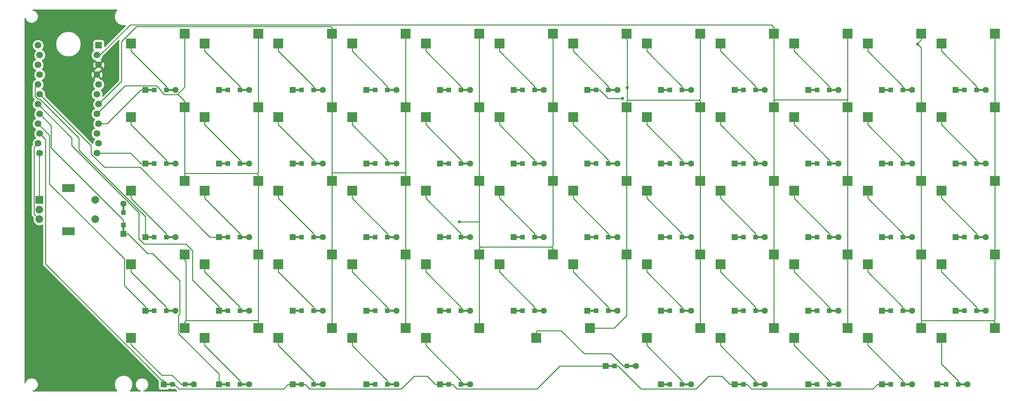
<source format=gbr>
G04 #@! TF.GenerationSoftware,KiCad,Pcbnew,(5.1.9)-1*
G04 #@! TF.CreationDate,2021-06-18T19:30:07-04:00*
G04 #@! TF.ProjectId,Mainpcb,4d61696e-7063-4622-9e6b-696361645f70,rev?*
G04 #@! TF.SameCoordinates,Original*
G04 #@! TF.FileFunction,Copper,L2,Bot*
G04 #@! TF.FilePolarity,Positive*
%FSLAX46Y46*%
G04 Gerber Fmt 4.6, Leading zero omitted, Abs format (unit mm)*
G04 Created by KiCad (PCBNEW (5.1.9)-1) date 2021-06-18 19:30:07*
%MOMM*%
%LPD*%
G01*
G04 APERTURE LIST*
G04 #@! TA.AperFunction,SMDPad,CuDef*
%ADD10R,0.500000X2.500000*%
G04 #@! TD*
G04 #@! TA.AperFunction,ComponentPad*
%ADD11C,1.600000*%
G04 #@! TD*
G04 #@! TA.AperFunction,ComponentPad*
%ADD12R,1.600000X1.600000*%
G04 #@! TD*
G04 #@! TA.AperFunction,SMDPad,CuDef*
%ADD13R,1.200000X1.200000*%
G04 #@! TD*
G04 #@! TA.AperFunction,SMDPad,CuDef*
%ADD14R,2.500000X0.500000*%
G04 #@! TD*
G04 #@! TA.AperFunction,ComponentPad*
%ADD15R,2.000000X2.000000*%
G04 #@! TD*
G04 #@! TA.AperFunction,ComponentPad*
%ADD16C,2.000000*%
G04 #@! TD*
G04 #@! TA.AperFunction,ComponentPad*
%ADD17R,3.200000X2.000000*%
G04 #@! TD*
G04 #@! TA.AperFunction,SMDPad,CuDef*
%ADD18R,2.550000X2.500000*%
G04 #@! TD*
G04 #@! TA.AperFunction,ComponentPad*
%ADD19R,1.752600X1.752600*%
G04 #@! TD*
G04 #@! TA.AperFunction,ComponentPad*
%ADD20C,1.752600*%
G04 #@! TD*
G04 #@! TA.AperFunction,ViaPad*
%ADD21C,0.800000*%
G04 #@! TD*
G04 #@! TA.AperFunction,Conductor*
%ADD22C,0.250000*%
G04 #@! TD*
G04 #@! TA.AperFunction,Conductor*
%ADD23C,0.254000*%
G04 #@! TD*
G04 #@! TA.AperFunction,Conductor*
%ADD24C,0.100000*%
G04 #@! TD*
G04 APERTURE END LIST*
D10*
X45244700Y-71120300D03*
X45244700Y-76520300D03*
D11*
X45244700Y-69920300D03*
D12*
X45244700Y-77720300D03*
D13*
X45244700Y-75395300D03*
X45244700Y-72245300D03*
D14*
X262262000Y-116683000D03*
X256862000Y-116683000D03*
D11*
X263462000Y-116683000D03*
D12*
X255662000Y-116683000D03*
D13*
X257987000Y-116683000D03*
X261137000Y-116683000D03*
D14*
X247974000Y-116684000D03*
X242574000Y-116684000D03*
D11*
X249174000Y-116684000D03*
D12*
X241374000Y-116684000D03*
D13*
X243699000Y-116684000D03*
X246849000Y-116684000D03*
D14*
X228924000Y-116683000D03*
X223524000Y-116683000D03*
D11*
X230124000Y-116683000D03*
D12*
X222324000Y-116683000D03*
D13*
X224649000Y-116683000D03*
X227799000Y-116683000D03*
D14*
X209873000Y-116684000D03*
X204473000Y-116684000D03*
D11*
X211073000Y-116684000D03*
D12*
X203273000Y-116684000D03*
D13*
X205598000Y-116684000D03*
X208748000Y-116684000D03*
D14*
X190823000Y-116683000D03*
X185423000Y-116683000D03*
D11*
X192023000Y-116683000D03*
D12*
X184223000Y-116683000D03*
D13*
X186548000Y-116683000D03*
X189698000Y-116683000D03*
D14*
X176535000Y-111921000D03*
X171135000Y-111921000D03*
D11*
X177735000Y-111921000D03*
D12*
X169935000Y-111921000D03*
D13*
X172260000Y-111921000D03*
X175410000Y-111921000D03*
D14*
X133672000Y-116684000D03*
X128272000Y-116684000D03*
D11*
X134872000Y-116684000D03*
D12*
X127072000Y-116684000D03*
D13*
X129397000Y-116684000D03*
X132547000Y-116684000D03*
D14*
X114621000Y-116683000D03*
X109221000Y-116683000D03*
D11*
X115821000Y-116683000D03*
D12*
X108021000Y-116683000D03*
D13*
X110346000Y-116683000D03*
X113496000Y-116683000D03*
D14*
X95570700Y-116684000D03*
X90170700Y-116684000D03*
D11*
X96770700Y-116684000D03*
D12*
X88970700Y-116684000D03*
D13*
X91295700Y-116684000D03*
X94445700Y-116684000D03*
D14*
X76520300Y-116683000D03*
X71120300Y-116683000D03*
D11*
X77720300Y-116683000D03*
D12*
X69920300Y-116683000D03*
D13*
X72245300Y-116683000D03*
X75395300Y-116683000D03*
D14*
X62232500Y-116684000D03*
X56832500Y-116684000D03*
D11*
X63432500Y-116684000D03*
D12*
X55632500Y-116684000D03*
D13*
X57957500Y-116684000D03*
X61107500Y-116684000D03*
D14*
X267024000Y-97633300D03*
X261624000Y-97633300D03*
D11*
X268224000Y-97633300D03*
D12*
X260424000Y-97633300D03*
D13*
X262749000Y-97633300D03*
X265899000Y-97633300D03*
D14*
X247974000Y-97633300D03*
X242574000Y-97633300D03*
D11*
X249174000Y-97633300D03*
D12*
X241374000Y-97633300D03*
D13*
X243699000Y-97633300D03*
X246849000Y-97633300D03*
D14*
X228924000Y-97633300D03*
X223524000Y-97633300D03*
D11*
X230124000Y-97633300D03*
D12*
X222324000Y-97633300D03*
D13*
X224649000Y-97633300D03*
X227799000Y-97633300D03*
D14*
X209873000Y-97633300D03*
X204473000Y-97633300D03*
D11*
X211073000Y-97633300D03*
D12*
X203273000Y-97633300D03*
D13*
X205598000Y-97633300D03*
X208748000Y-97633300D03*
D14*
X190823000Y-97633300D03*
X185423000Y-97633300D03*
D11*
X192023000Y-97633300D03*
D12*
X184223000Y-97633300D03*
D13*
X186548000Y-97633300D03*
X189698000Y-97633300D03*
D14*
X171772000Y-97633300D03*
X166372000Y-97633300D03*
D11*
X172972000Y-97633300D03*
D12*
X165172000Y-97633300D03*
D13*
X167497000Y-97633300D03*
X170647000Y-97633300D03*
D14*
X152722000Y-97633300D03*
X147322000Y-97633300D03*
D11*
X153922000Y-97633300D03*
D12*
X146122000Y-97633300D03*
D13*
X148447000Y-97633300D03*
X151597000Y-97633300D03*
D14*
X133672000Y-97633300D03*
X128272000Y-97633300D03*
D11*
X134872000Y-97633300D03*
D12*
X127072000Y-97633300D03*
D13*
X129397000Y-97633300D03*
X132547000Y-97633300D03*
D14*
X114621000Y-97633300D03*
X109221000Y-97633300D03*
D11*
X115821000Y-97633300D03*
D12*
X108021000Y-97633300D03*
D13*
X110346000Y-97633300D03*
X113496000Y-97633300D03*
D14*
X95570700Y-97633300D03*
X90170700Y-97633300D03*
D11*
X96770700Y-97633300D03*
D12*
X88970700Y-97633300D03*
D13*
X91295700Y-97633300D03*
X94445700Y-97633300D03*
D14*
X76520300Y-97633300D03*
X71120300Y-97633300D03*
D11*
X77720300Y-97633300D03*
D12*
X69920300Y-97633300D03*
D13*
X72245300Y-97633300D03*
X75395300Y-97633300D03*
D14*
X57469900Y-97633300D03*
X52069900Y-97633300D03*
D11*
X58669900Y-97633300D03*
D12*
X50869900Y-97633300D03*
D13*
X53194900Y-97633300D03*
X56344900Y-97633300D03*
D14*
X267024000Y-78582900D03*
X261624000Y-78582900D03*
D11*
X268224000Y-78582900D03*
D12*
X260424000Y-78582900D03*
D13*
X262749000Y-78582900D03*
X265899000Y-78582900D03*
D14*
X247974000Y-78582900D03*
X242574000Y-78582900D03*
D11*
X249174000Y-78582900D03*
D12*
X241374000Y-78582900D03*
D13*
X243699000Y-78582900D03*
X246849000Y-78582900D03*
D14*
X228924000Y-78582900D03*
X223524000Y-78582900D03*
D11*
X230124000Y-78582900D03*
D12*
X222324000Y-78582900D03*
D13*
X224649000Y-78582900D03*
X227799000Y-78582900D03*
D14*
X209873000Y-78582900D03*
X204473000Y-78582900D03*
D11*
X211073000Y-78582900D03*
D12*
X203273000Y-78582900D03*
D13*
X205598000Y-78582900D03*
X208748000Y-78582900D03*
D14*
X190823000Y-78582900D03*
X185423000Y-78582900D03*
D11*
X192023000Y-78582900D03*
D12*
X184223000Y-78582900D03*
D13*
X186548000Y-78582900D03*
X189698000Y-78582900D03*
D14*
X171772000Y-78582900D03*
X166372000Y-78582900D03*
D11*
X172972000Y-78582900D03*
D12*
X165172000Y-78582900D03*
D13*
X167497000Y-78582900D03*
X170647000Y-78582900D03*
D14*
X152722000Y-78582900D03*
X147322000Y-78582900D03*
D11*
X153922000Y-78582900D03*
D12*
X146122000Y-78582900D03*
D13*
X148447000Y-78582900D03*
X151597000Y-78582900D03*
D14*
X133672000Y-78582900D03*
X128272000Y-78582900D03*
D11*
X134872000Y-78582900D03*
D12*
X127072000Y-78582900D03*
D13*
X129397000Y-78582900D03*
X132547000Y-78582900D03*
D14*
X114621000Y-78582900D03*
X109221000Y-78582900D03*
D11*
X115821000Y-78582900D03*
D12*
X108021000Y-78582900D03*
D13*
X110346000Y-78582900D03*
X113496000Y-78582900D03*
D14*
X95570700Y-78582900D03*
X90170700Y-78582900D03*
D11*
X96770700Y-78582900D03*
D12*
X88970700Y-78582900D03*
D13*
X91295700Y-78582900D03*
X94445700Y-78582900D03*
D14*
X76520300Y-78582900D03*
X71120300Y-78582900D03*
D11*
X77720300Y-78582900D03*
D12*
X69920300Y-78582900D03*
D13*
X72245300Y-78582900D03*
X75395300Y-78582900D03*
D14*
X57469900Y-78582900D03*
X52069900Y-78582900D03*
D11*
X58669900Y-78582900D03*
D12*
X50869900Y-78582900D03*
D13*
X53194900Y-78582900D03*
X56344900Y-78582900D03*
D14*
X267024000Y-59532500D03*
X261624000Y-59532500D03*
D11*
X268224000Y-59532500D03*
D12*
X260424000Y-59532500D03*
D13*
X262749000Y-59532500D03*
X265899000Y-59532500D03*
X246849000Y-59532500D03*
X243699000Y-59532500D03*
D12*
X241374000Y-59532500D03*
D11*
X249174000Y-59532500D03*
D14*
X242574000Y-59532500D03*
X247974000Y-59532500D03*
X228924000Y-59532500D03*
X223524000Y-59532500D03*
D11*
X230124000Y-59532500D03*
D12*
X222324000Y-59532500D03*
D13*
X224649000Y-59532500D03*
X227799000Y-59532500D03*
D14*
X209873000Y-59532500D03*
X204473000Y-59532500D03*
D11*
X211073000Y-59532500D03*
D12*
X203273000Y-59532500D03*
D13*
X205598000Y-59532500D03*
X208748000Y-59532500D03*
D14*
X190823000Y-59532500D03*
X185423000Y-59532500D03*
D11*
X192023000Y-59532500D03*
D12*
X184223000Y-59532500D03*
D13*
X186548000Y-59532500D03*
X189698000Y-59532500D03*
D14*
X171772000Y-59532500D03*
X166372000Y-59532500D03*
D11*
X172972000Y-59532500D03*
D12*
X165172000Y-59532500D03*
D13*
X167497000Y-59532500D03*
X170647000Y-59532500D03*
D14*
X152722000Y-59532500D03*
X147322000Y-59532500D03*
D11*
X153922000Y-59532500D03*
D12*
X146122000Y-59532500D03*
D13*
X148447000Y-59532500D03*
X151597000Y-59532500D03*
D14*
X133672000Y-59532500D03*
X128272000Y-59532500D03*
D11*
X134872000Y-59532500D03*
D12*
X127072000Y-59532500D03*
D13*
X129397000Y-59532500D03*
X132547000Y-59532500D03*
D14*
X114621000Y-59532500D03*
X109221000Y-59532500D03*
D11*
X115821000Y-59532500D03*
D12*
X108021000Y-59532500D03*
D13*
X110346000Y-59532500D03*
X113496000Y-59532500D03*
D14*
X95570700Y-59532500D03*
X90170700Y-59532500D03*
D11*
X96770700Y-59532500D03*
D12*
X88970700Y-59532500D03*
D13*
X91295700Y-59532500D03*
X94445700Y-59532500D03*
D14*
X76520300Y-59532500D03*
X71120300Y-59532500D03*
D11*
X77720300Y-59532500D03*
D12*
X69920300Y-59532500D03*
D13*
X72245300Y-59532500D03*
X75395300Y-59532500D03*
D14*
X57469900Y-59532500D03*
X52069900Y-59532500D03*
D11*
X58669900Y-59532500D03*
D12*
X50869900Y-59532500D03*
D13*
X53194900Y-59532500D03*
X56344900Y-59532500D03*
D14*
X267024000Y-40482100D03*
X261624000Y-40482100D03*
D11*
X268224000Y-40482100D03*
D12*
X260424000Y-40482100D03*
D13*
X262749000Y-40482100D03*
X265899000Y-40482100D03*
D14*
X247974000Y-40482100D03*
X242574000Y-40482100D03*
D11*
X249174000Y-40482100D03*
D12*
X241374000Y-40482100D03*
D13*
X243699000Y-40482100D03*
X246849000Y-40482100D03*
D14*
X228924000Y-40482100D03*
X223524000Y-40482100D03*
D11*
X230124000Y-40482100D03*
D12*
X222324000Y-40482100D03*
D13*
X224649000Y-40482100D03*
X227799000Y-40482100D03*
D14*
X209873000Y-40482100D03*
X204473000Y-40482100D03*
D11*
X211073000Y-40482100D03*
D12*
X203273000Y-40482100D03*
D13*
X205598000Y-40482100D03*
X208748000Y-40482100D03*
D14*
X190823000Y-40482100D03*
X185423000Y-40482100D03*
D11*
X192023000Y-40482100D03*
D12*
X184223000Y-40482100D03*
D13*
X186548000Y-40482100D03*
X189698000Y-40482100D03*
D14*
X171772000Y-40482100D03*
X166372000Y-40482100D03*
D11*
X172972000Y-40482100D03*
D12*
X165172000Y-40482100D03*
D13*
X167497000Y-40482100D03*
X170647000Y-40482100D03*
D14*
X152722000Y-40482100D03*
X147322000Y-40482100D03*
D11*
X153922000Y-40482100D03*
D12*
X146122000Y-40482100D03*
D13*
X148447000Y-40482100D03*
X151597000Y-40482100D03*
D14*
X133672000Y-40482100D03*
X128272000Y-40482100D03*
D11*
X134872000Y-40482100D03*
D12*
X127072000Y-40482100D03*
D13*
X129397000Y-40482100D03*
X132547000Y-40482100D03*
D14*
X114621000Y-40482100D03*
X109221000Y-40482100D03*
D11*
X115821000Y-40482100D03*
D12*
X108021000Y-40482100D03*
D13*
X110346000Y-40482100D03*
X113496000Y-40482100D03*
D14*
X95570700Y-40482100D03*
X90170700Y-40482100D03*
D11*
X96770700Y-40482100D03*
D12*
X88970700Y-40482100D03*
D13*
X91295700Y-40482100D03*
X94445700Y-40482100D03*
D14*
X76520300Y-40482100D03*
X71120300Y-40482100D03*
D11*
X77720300Y-40482100D03*
D12*
X69920300Y-40482100D03*
D13*
X72245300Y-40482100D03*
X75395300Y-40482100D03*
D14*
X57469900Y-40482100D03*
X52069900Y-40482100D03*
D11*
X58669900Y-40482100D03*
D12*
X50869900Y-40482100D03*
D13*
X53194900Y-40482100D03*
X56344900Y-40482100D03*
D15*
X23456900Y-68939000D03*
D16*
X23456900Y-71439000D03*
X23456900Y-73939000D03*
D17*
X30956900Y-77039000D03*
D16*
X37956900Y-68939000D03*
X37956900Y-73939000D03*
D17*
X30956900Y-65839000D03*
D18*
X270610000Y-102077000D03*
X256760000Y-104617000D03*
X251560000Y-102077000D03*
X237710000Y-104617000D03*
X232510000Y-102077000D03*
X218660000Y-104617000D03*
X213460000Y-102077000D03*
X199610000Y-104617000D03*
X194410000Y-102077000D03*
X180560000Y-104617000D03*
X165835000Y-102077000D03*
X151985000Y-104617000D03*
X137260000Y-102077000D03*
X123410000Y-104617000D03*
X118210000Y-102077000D03*
X104360000Y-104617000D03*
X99159700Y-102077000D03*
X85309700Y-104617000D03*
X80109700Y-102077000D03*
X66259700Y-104617000D03*
X61059700Y-102077000D03*
X47209700Y-104617000D03*
X270610000Y-83026700D03*
X256760000Y-85566700D03*
X251560000Y-83026700D03*
X237710000Y-85566700D03*
X232510000Y-83026700D03*
X218660000Y-85566700D03*
X213460000Y-83026700D03*
X199610000Y-85566700D03*
X194410000Y-83026700D03*
X180560000Y-85566700D03*
X175360000Y-83026700D03*
X161510000Y-85566700D03*
X156310000Y-83026700D03*
X142460000Y-85566700D03*
X137260000Y-83026700D03*
X123410000Y-85566700D03*
X118210000Y-83026700D03*
X104360000Y-85566700D03*
X99159700Y-83026700D03*
X85309700Y-85566700D03*
X80109700Y-83026700D03*
X66259700Y-85566700D03*
X61059700Y-83026700D03*
X47209700Y-85566700D03*
X270610000Y-63976700D03*
X256760000Y-66516700D03*
X251560000Y-63976700D03*
X237710000Y-66516700D03*
X232510000Y-63976700D03*
X218660000Y-66516700D03*
X213460000Y-63976700D03*
X199610000Y-66516700D03*
X194410000Y-63976700D03*
X180560000Y-66516700D03*
X175360000Y-63976700D03*
X161510000Y-66516700D03*
X156310000Y-63976700D03*
X142460000Y-66516700D03*
X137260000Y-63976700D03*
X123410000Y-66516700D03*
X118210000Y-63976700D03*
X104360000Y-66516700D03*
X99159700Y-63976700D03*
X85309700Y-66516700D03*
X80109700Y-63976700D03*
X66259700Y-66516700D03*
X61059700Y-63976700D03*
X47209700Y-66516700D03*
X270610000Y-44926700D03*
X256760000Y-47466700D03*
X251560000Y-44926700D03*
X237710000Y-47466700D03*
X232510000Y-44926700D03*
X218660000Y-47466700D03*
X213460000Y-44926700D03*
X199610000Y-47466700D03*
X194410000Y-44926700D03*
X180560000Y-47466700D03*
X175360000Y-44926700D03*
X161510000Y-47466700D03*
X156310000Y-44926700D03*
X142460000Y-47466700D03*
X137260000Y-44926700D03*
X123410000Y-47466700D03*
X118210000Y-44926700D03*
X104360000Y-47466700D03*
X99159700Y-44926700D03*
X85309700Y-47466700D03*
X80109700Y-44926700D03*
X66259700Y-47466700D03*
X61059700Y-44926700D03*
X47209700Y-47466700D03*
X270610000Y-25876700D03*
X256760000Y-28416700D03*
X251560000Y-25876700D03*
X237710000Y-28416700D03*
X232510000Y-25876700D03*
X218660000Y-28416700D03*
X213460000Y-25876700D03*
X199610000Y-28416700D03*
X194410000Y-25876700D03*
X180560000Y-28416700D03*
X175360000Y-25876700D03*
X161510000Y-28416700D03*
X156310000Y-25876700D03*
X142460000Y-28416700D03*
X137260000Y-25876700D03*
X123410000Y-28416700D03*
X118210000Y-25876700D03*
X104360000Y-28416700D03*
X99159700Y-25876700D03*
X85309700Y-28416700D03*
X80109700Y-25876700D03*
X66259700Y-28416700D03*
X61059700Y-25876700D03*
X47209700Y-28416700D03*
D19*
X38805500Y-28893400D03*
D20*
X38348300Y-31433400D03*
X38805500Y-33973400D03*
X38348300Y-36513400D03*
X38805500Y-39053400D03*
X38348300Y-41593400D03*
X38805500Y-44133400D03*
X38348300Y-46673400D03*
X38805500Y-49213400D03*
X38348300Y-51753400D03*
X38805500Y-54293400D03*
X23565500Y-56833400D03*
X23108300Y-54293400D03*
X23565500Y-51753400D03*
X23108300Y-49213400D03*
X23565500Y-46673400D03*
X23108300Y-44133400D03*
X23565500Y-41593400D03*
X23108300Y-39053400D03*
X23565500Y-36513400D03*
X23108300Y-33973400D03*
X23565500Y-31433400D03*
X38348300Y-56833400D03*
X23108300Y-28893400D03*
D21*
X132055600Y-74587400D03*
X175557200Y-39851400D03*
X250606500Y-28624100D03*
X174353000Y-42643100D03*
D22*
X61059700Y-83026700D02*
X61059700Y-84602000D01*
X61371100Y-100190300D02*
X61059700Y-100501700D01*
X80109700Y-100190300D02*
X61371100Y-100190300D01*
X61059700Y-84602000D02*
X61371100Y-84913400D01*
X61371100Y-84913400D02*
X61371100Y-100190300D01*
X80109700Y-100190300D02*
X80109700Y-100501700D01*
X80109700Y-83026700D02*
X80109700Y-100190300D01*
X61059700Y-102077000D02*
X61059700Y-100501700D01*
X59240300Y-41532000D02*
X61059700Y-43351400D01*
X61059700Y-25876700D02*
X61059700Y-39712600D01*
X61059700Y-39712600D02*
X59240300Y-41532000D01*
X59240300Y-41532000D02*
X59115500Y-41656800D01*
X59115500Y-41656800D02*
X55821500Y-41656800D01*
X55821500Y-41656800D02*
X54769900Y-40605200D01*
X54769900Y-40605200D02*
X54769900Y-40373800D01*
X54769900Y-40373800D02*
X53752800Y-39356700D01*
X53752800Y-39356700D02*
X45665000Y-39356700D01*
X45665000Y-39356700D02*
X38348300Y-46673400D01*
X61059700Y-44926700D02*
X61059700Y-43351400D01*
X80109700Y-44926700D02*
X80109700Y-61786200D01*
X80109700Y-61786200D02*
X79802100Y-62093800D01*
X80109700Y-25876700D02*
X80109700Y-44926700D01*
X79802100Y-62093800D02*
X80109700Y-62401400D01*
X61059700Y-62093800D02*
X79802100Y-62093800D01*
X61059700Y-62093800D02*
X61059700Y-62401400D01*
X61059700Y-44926700D02*
X61059700Y-62093800D01*
X80109700Y-63976700D02*
X80109700Y-62401400D01*
X61059700Y-63976700D02*
X61059700Y-62401400D01*
X80109700Y-102077000D02*
X80109700Y-100501700D01*
X80109700Y-63976700D02*
X80109700Y-83026700D01*
X99159700Y-25876700D02*
X99159700Y-24301400D01*
X38805500Y-44133400D02*
X44741700Y-38197200D01*
X44741700Y-38197200D02*
X44741700Y-27896800D01*
X44741700Y-27896800D02*
X48588300Y-24050200D01*
X48588300Y-24050200D02*
X98908500Y-24050200D01*
X98908500Y-24050200D02*
X99159700Y-24301400D01*
X99159700Y-63976700D02*
X99159700Y-83026700D01*
X99159700Y-61873200D02*
X99159700Y-63976700D01*
X118210000Y-44926700D02*
X118210000Y-25876700D01*
X118210000Y-61873200D02*
X118210000Y-44926700D01*
X118210000Y-83026700D02*
X118210000Y-100501700D01*
X118210000Y-63976700D02*
X118210000Y-83026700D01*
X118210000Y-102077000D02*
X118210000Y-100501700D01*
X99159700Y-44926700D02*
X99159700Y-61873200D01*
X99159700Y-61873200D02*
X118210000Y-61873200D01*
X118210000Y-63976700D02*
X118210000Y-61873200D01*
X99159700Y-83026700D02*
X99159700Y-100501700D01*
X99159700Y-102077000D02*
X99159700Y-100501700D01*
X99159700Y-25876700D02*
X99159700Y-43351400D01*
X99159700Y-44926700D02*
X99159700Y-43351400D01*
X137260000Y-74587400D02*
X137260000Y-80984300D01*
X137260000Y-80984300D02*
X137415700Y-81140000D01*
X137260000Y-65552000D02*
X137260000Y-74587400D01*
X132055600Y-74587400D02*
X137260000Y-74587400D01*
X155998600Y-81140000D02*
X156310000Y-81451400D01*
X137415700Y-81140000D02*
X155998600Y-81140000D01*
X156310000Y-63976700D02*
X156310000Y-80828600D01*
X156310000Y-80828600D02*
X155998600Y-81140000D01*
X156310000Y-63189000D02*
X156310000Y-63976700D01*
X156310000Y-63189000D02*
X156310000Y-62401400D01*
X137415700Y-81140000D02*
X137415700Y-81295700D01*
X137415700Y-81295700D02*
X137260000Y-81451400D01*
X156310000Y-83026700D02*
X156310000Y-81451400D01*
X137260000Y-63976700D02*
X137260000Y-65552000D01*
X137260000Y-44926700D02*
X137260000Y-63976700D01*
X137260000Y-83026700D02*
X137260000Y-81451400D01*
X156310000Y-44926700D02*
X156310000Y-62401400D01*
X156310000Y-25876700D02*
X156310000Y-44926700D01*
X137260000Y-83026700D02*
X137260000Y-100501700D01*
X137260000Y-102077000D02*
X137260000Y-100501700D01*
X137260000Y-25876700D02*
X137260000Y-44926700D01*
X194144800Y-43086200D02*
X194410000Y-43351400D01*
X175557200Y-43086200D02*
X194144800Y-43086200D01*
X194410000Y-25876700D02*
X194410000Y-42821000D01*
X194410000Y-42821000D02*
X194144800Y-43086200D01*
X175360000Y-44926700D02*
X175360000Y-43351400D01*
X175557200Y-43086200D02*
X175557200Y-43154200D01*
X175557200Y-43154200D02*
X175360000Y-43351400D01*
X175557200Y-39851400D02*
X175557200Y-43086200D01*
X194410000Y-44926700D02*
X194410000Y-43351400D01*
X175360000Y-44926700D02*
X175360000Y-63976700D01*
X194410000Y-83026700D02*
X194410000Y-100501700D01*
X194410000Y-63976700D02*
X194410000Y-83026700D01*
X194410000Y-102077000D02*
X194410000Y-100501700D01*
X175360000Y-25876700D02*
X175360000Y-27452000D01*
X175360000Y-27452000D02*
X175557200Y-27649200D01*
X175557200Y-27649200D02*
X175557200Y-39851400D01*
X175360000Y-83026700D02*
X175360000Y-98880900D01*
X175360000Y-98880900D02*
X172163900Y-102077000D01*
X172163900Y-102077000D02*
X165835000Y-102077000D01*
X175360000Y-63976700D02*
X175360000Y-83026700D01*
X194410000Y-44926700D02*
X194410000Y-63976700D01*
X213460000Y-25876700D02*
X213460000Y-24301400D01*
X38348300Y-31433400D02*
X39147900Y-31433400D01*
X39147900Y-31433400D02*
X47006100Y-23575200D01*
X47006100Y-23575200D02*
X212733800Y-23575200D01*
X212733800Y-23575200D02*
X213460000Y-24301400D01*
X213460000Y-63976700D02*
X213460000Y-83026700D01*
X213460000Y-44926700D02*
X213460000Y-63976700D01*
X213460000Y-83026700D02*
X213460000Y-100501700D01*
X213460000Y-102077000D02*
X213460000Y-100501700D01*
X213460000Y-25876700D02*
X213460000Y-43351400D01*
X232510000Y-83026700D02*
X232510000Y-100501700D01*
X232510000Y-63976700D02*
X232510000Y-83026700D01*
X232510000Y-102077000D02*
X232510000Y-100501700D01*
X232510000Y-43039800D02*
X232510000Y-44926700D01*
X232510000Y-25876700D02*
X232510000Y-43039800D01*
X232510000Y-43039800D02*
X213771600Y-43039800D01*
X213771600Y-43039800D02*
X213460000Y-43351400D01*
X213460000Y-44926700D02*
X213460000Y-43351400D01*
X232510000Y-44926700D02*
X232510000Y-63976700D01*
X270610000Y-44926700D02*
X270610000Y-25876700D01*
X270610000Y-63976700D02*
X270610000Y-44926700D01*
X270302400Y-100194100D02*
X270610000Y-100501700D01*
X251560000Y-100194100D02*
X270302400Y-100194100D01*
X270610000Y-83026700D02*
X270610000Y-99886500D01*
X270610000Y-99886500D02*
X270302400Y-100194100D01*
X270610000Y-63976700D02*
X270610000Y-83026700D01*
X251560000Y-100194100D02*
X251560000Y-100501700D01*
X251560000Y-83026700D02*
X251560000Y-100194100D01*
X270610000Y-102077000D02*
X270610000Y-100501700D01*
X250606500Y-28624100D02*
X251560000Y-29577600D01*
X251560000Y-29577600D02*
X251560000Y-44926700D01*
X250606500Y-28624100D02*
X250606500Y-28405500D01*
X250606500Y-28405500D02*
X251560000Y-27452000D01*
X251560000Y-25876700D02*
X251560000Y-27452000D01*
X251560000Y-63976700D02*
X251560000Y-83026700D01*
X251560000Y-102077000D02*
X251560000Y-100501700D01*
X251560000Y-44926700D02*
X251560000Y-63976700D01*
X167497000Y-40482100D02*
X168422300Y-40482100D01*
X168422300Y-40482100D02*
X170583300Y-42643100D01*
X170583300Y-42643100D02*
X174353000Y-42643100D01*
X166372000Y-40482100D02*
X167497000Y-40482100D01*
X50869900Y-40482100D02*
X49744600Y-40482100D01*
X38805500Y-49213400D02*
X41013300Y-49213400D01*
X41013300Y-49213400D02*
X49744600Y-40482100D01*
X50869900Y-40482100D02*
X52069900Y-40482100D01*
X52069900Y-40482100D02*
X53194900Y-40482100D01*
X88970700Y-40482100D02*
X90170700Y-40482100D01*
X90170700Y-40482100D02*
X91295700Y-40482100D01*
X127072000Y-40482100D02*
X128272000Y-40482100D01*
X128272000Y-40482100D02*
X129397000Y-40482100D01*
X165172000Y-40482100D02*
X166372000Y-40482100D01*
X203273000Y-40482100D02*
X204473000Y-40482100D01*
X204473000Y-40482100D02*
X205598000Y-40482100D01*
X241374000Y-40482100D02*
X242574000Y-40482100D01*
X242574000Y-40482100D02*
X243699000Y-40482100D01*
X69920300Y-40482100D02*
X71120300Y-40482100D01*
X71120300Y-40482100D02*
X72245300Y-40482100D01*
X108021000Y-40482100D02*
X109221000Y-40482100D01*
X109221000Y-40482100D02*
X110346000Y-40482100D01*
X146122000Y-40482100D02*
X147322000Y-40482100D01*
X147322000Y-40482100D02*
X148447000Y-40482100D01*
X184223000Y-40482100D02*
X185423000Y-40482100D01*
X185423000Y-40482100D02*
X186548000Y-40482100D01*
X222324000Y-40482100D02*
X223524000Y-40482100D01*
X223524000Y-40482100D02*
X224649000Y-40482100D01*
X260424000Y-40482100D02*
X261624000Y-40482100D01*
X261624000Y-40482100D02*
X262749000Y-40482100D01*
X50869900Y-59532500D02*
X49744600Y-59532500D01*
X38348300Y-56833400D02*
X47045500Y-56833400D01*
X47045500Y-56833400D02*
X49744600Y-59532500D01*
X241374000Y-59532500D02*
X242574000Y-59532500D01*
X242574000Y-59532500D02*
X243699000Y-59532500D01*
X50869900Y-59532500D02*
X52069900Y-59532500D01*
X52069900Y-59532500D02*
X53194900Y-59532500D01*
X88970700Y-59532500D02*
X90170700Y-59532500D01*
X90170700Y-59532500D02*
X91295700Y-59532500D01*
X127072000Y-59532500D02*
X128272000Y-59532500D01*
X128272000Y-59532500D02*
X129397000Y-59532500D01*
X165172000Y-59532500D02*
X166372000Y-59532500D01*
X166372000Y-59532500D02*
X167497000Y-59532500D01*
X203273000Y-59532500D02*
X204473000Y-59532500D01*
X204473000Y-59532500D02*
X205598000Y-59532500D01*
X69920300Y-59532500D02*
X71120300Y-59532500D01*
X71120300Y-59532500D02*
X72245300Y-59532500D01*
X108021000Y-59532500D02*
X109221000Y-59532500D01*
X109221000Y-59532500D02*
X110346000Y-59532500D01*
X146122000Y-59532500D02*
X147322000Y-59532500D01*
X147322000Y-59532500D02*
X148447000Y-59532500D01*
X184223000Y-59532500D02*
X185423000Y-59532500D01*
X185423000Y-59532500D02*
X186548000Y-59532500D01*
X222324000Y-59532500D02*
X223524000Y-59532500D01*
X223524000Y-59532500D02*
X224649000Y-59532500D01*
X260424000Y-59532500D02*
X261624000Y-59532500D01*
X261624000Y-59532500D02*
X262749000Y-59532500D01*
X23108300Y-39053400D02*
X22343100Y-39818600D01*
X22343100Y-39818600D02*
X22343100Y-42080300D01*
X22343100Y-42080300D02*
X23126200Y-42863400D01*
X23126200Y-42863400D02*
X23622100Y-42863400D01*
X23622100Y-42863400D02*
X33700800Y-52942100D01*
X33700800Y-52942100D02*
X33700800Y-56037800D01*
X33700800Y-56037800D02*
X50869900Y-73206900D01*
X50869900Y-73206900D02*
X50869900Y-78582900D01*
X52069900Y-78582900D02*
X50869900Y-78582900D01*
X52069900Y-78582900D02*
X53194900Y-78582900D01*
X88970700Y-78582900D02*
X90170700Y-78582900D01*
X90170700Y-78582900D02*
X91295700Y-78582900D01*
X127072000Y-78582900D02*
X128272000Y-78582900D01*
X128272000Y-78582900D02*
X129397000Y-78582900D01*
X165172000Y-78582900D02*
X166372000Y-78582900D01*
X166372000Y-78582900D02*
X167497000Y-78582900D01*
X203273000Y-78582900D02*
X204473000Y-78582900D01*
X204473000Y-78582900D02*
X205598000Y-78582900D01*
X241374000Y-78582900D02*
X242574000Y-78582900D01*
X242574000Y-78582900D02*
X243699000Y-78582900D01*
X69920300Y-78582900D02*
X67603500Y-78582900D01*
X67603500Y-78582900D02*
X49497800Y-60477200D01*
X49497800Y-60477200D02*
X40290800Y-60477200D01*
X40290800Y-60477200D02*
X36867500Y-57053900D01*
X36867500Y-57053900D02*
X36867500Y-54895400D01*
X36867500Y-54895400D02*
X23565500Y-41593400D01*
X69920300Y-78582900D02*
X71120300Y-78582900D01*
X71120300Y-78582900D02*
X72245300Y-78582900D01*
X108021000Y-78582900D02*
X109221000Y-78582900D01*
X109221000Y-78582900D02*
X110346000Y-78582900D01*
X146122000Y-78582900D02*
X147322000Y-78582900D01*
X147322000Y-78582900D02*
X148447000Y-78582900D01*
X184223000Y-78582900D02*
X185423000Y-78582900D01*
X185423000Y-78582900D02*
X186548000Y-78582900D01*
X222324000Y-78582900D02*
X223524000Y-78582900D01*
X223524000Y-78582900D02*
X224649000Y-78582900D01*
X260424000Y-78582900D02*
X261624000Y-78582900D01*
X261624000Y-78582900D02*
X262749000Y-78582900D01*
X56344900Y-40482100D02*
X56344900Y-39556800D01*
X47209700Y-28416700D02*
X47209700Y-30421600D01*
X47209700Y-30421600D02*
X56344900Y-39556800D01*
X58669900Y-40482100D02*
X57469900Y-40482100D01*
X57469900Y-40482100D02*
X56344900Y-40482100D01*
X75395300Y-40482100D02*
X75395300Y-39556800D01*
X75395300Y-39556800D02*
X66259700Y-30421200D01*
X66259700Y-30421200D02*
X66259700Y-28416700D01*
X76520300Y-40482100D02*
X75395300Y-40482100D01*
X77720300Y-40482100D02*
X76520300Y-40482100D01*
X94445700Y-40482100D02*
X94445700Y-39556800D01*
X94445700Y-39556800D02*
X85309700Y-30420800D01*
X85309700Y-30420800D02*
X85309700Y-28416700D01*
X95570700Y-40482100D02*
X94445700Y-40482100D01*
X96770700Y-40482100D02*
X95570700Y-40482100D01*
X113496000Y-40482100D02*
X113496000Y-39556800D01*
X113496000Y-39556800D02*
X104360000Y-30420800D01*
X104360000Y-30420800D02*
X104360000Y-28416700D01*
X114621000Y-40482100D02*
X113496000Y-40482100D01*
X115821000Y-40482100D02*
X114621000Y-40482100D01*
X132547000Y-40482100D02*
X132547000Y-39556800D01*
X132547000Y-39556800D02*
X123410000Y-30419800D01*
X123410000Y-30419800D02*
X123410000Y-28416700D01*
X133672000Y-40482100D02*
X132547000Y-40482100D01*
X134872000Y-40482100D02*
X133672000Y-40482100D01*
X151597000Y-40482100D02*
X151597000Y-39556800D01*
X151597000Y-39556800D02*
X142460000Y-30419800D01*
X142460000Y-30419800D02*
X142460000Y-28416700D01*
X152722000Y-40482100D02*
X151597000Y-40482100D01*
X153922000Y-40482100D02*
X152722000Y-40482100D01*
X170647000Y-40482100D02*
X170647000Y-39556800D01*
X161510000Y-28416700D02*
X161510000Y-30419800D01*
X161510000Y-30419800D02*
X170647000Y-39556800D01*
X171772000Y-40482100D02*
X170647000Y-40482100D01*
X172972000Y-40482100D02*
X171772000Y-40482100D01*
X189698000Y-40482100D02*
X189698000Y-39556800D01*
X189698000Y-39556800D02*
X180560000Y-30418800D01*
X180560000Y-30418800D02*
X180560000Y-28416700D01*
X190823000Y-40482100D02*
X189698000Y-40482100D01*
X192023000Y-40482100D02*
X190823000Y-40482100D01*
X208748000Y-40482100D02*
X208748000Y-39556800D01*
X208748000Y-39556800D02*
X199610000Y-30418800D01*
X199610000Y-30418800D02*
X199610000Y-28416700D01*
X209873000Y-40482100D02*
X208748000Y-40482100D01*
X211073000Y-40482100D02*
X209873000Y-40482100D01*
X227799000Y-40482100D02*
X227799000Y-39556800D01*
X227799000Y-39556800D02*
X218660000Y-30417800D01*
X218660000Y-30417800D02*
X218660000Y-28416700D01*
X228924000Y-40482100D02*
X227799000Y-40482100D01*
X230124000Y-40482100D02*
X228924000Y-40482100D01*
X246849000Y-40482100D02*
X246849000Y-39556800D01*
X246849000Y-39556800D02*
X237710000Y-30417800D01*
X237710000Y-30417800D02*
X237710000Y-28416700D01*
X247974000Y-40482100D02*
X246849000Y-40482100D01*
X249174000Y-40482100D02*
X247974000Y-40482100D01*
X265899000Y-40482100D02*
X265899000Y-39556800D01*
X265899000Y-39556800D02*
X256760000Y-30417800D01*
X256760000Y-30417800D02*
X256760000Y-28416700D01*
X267024000Y-40482100D02*
X265899000Y-40482100D01*
X268224000Y-40482100D02*
X267024000Y-40482100D01*
X56344900Y-59532500D02*
X56344900Y-58607200D01*
X56344900Y-58607200D02*
X47209700Y-49472000D01*
X47209700Y-49472000D02*
X47209700Y-47466700D01*
X57469900Y-59532500D02*
X56344900Y-59532500D01*
X58669900Y-59532500D02*
X57469900Y-59532500D01*
X75395300Y-59532500D02*
X75395300Y-58607200D01*
X75395300Y-58607200D02*
X66259700Y-49471600D01*
X66259700Y-49471600D02*
X66259700Y-47466700D01*
X76520300Y-59532500D02*
X75395300Y-59532500D01*
X77720300Y-59532500D02*
X76520300Y-59532500D01*
X94445700Y-59532500D02*
X94445700Y-58607200D01*
X94445700Y-58607200D02*
X85309700Y-49471200D01*
X85309700Y-49471200D02*
X85309700Y-47466700D01*
X95570700Y-59532500D02*
X94445700Y-59532500D01*
X96770700Y-59532500D02*
X95570700Y-59532500D01*
X113496000Y-59532500D02*
X113496000Y-58607200D01*
X113496000Y-58607200D02*
X104360000Y-49471200D01*
X104360000Y-49471200D02*
X104360000Y-47466700D01*
X114621000Y-59532500D02*
X113496000Y-59532500D01*
X115821000Y-59532500D02*
X114621000Y-59532500D01*
X132547000Y-59532500D02*
X132547000Y-58607200D01*
X132547000Y-58607200D02*
X123410000Y-49470200D01*
X123410000Y-49470200D02*
X123410000Y-47466700D01*
X133672000Y-59532500D02*
X132547000Y-59532500D01*
X134872000Y-59532500D02*
X133672000Y-59532500D01*
X151597000Y-59532500D02*
X151597000Y-58607200D01*
X142460000Y-47466700D02*
X142460000Y-49470200D01*
X142460000Y-49470200D02*
X151597000Y-58607200D01*
X152722000Y-59532500D02*
X151597000Y-59532500D01*
X153922000Y-59532500D02*
X152722000Y-59532500D01*
X170647000Y-59532500D02*
X170647000Y-58607200D01*
X161510000Y-47466700D02*
X161510000Y-49470200D01*
X161510000Y-49470200D02*
X170647000Y-58607200D01*
X171772000Y-59532500D02*
X170647000Y-59532500D01*
X172972000Y-59532500D02*
X171772000Y-59532500D01*
X189698000Y-59532500D02*
X189698000Y-58607200D01*
X189698000Y-58607200D02*
X180560000Y-49469200D01*
X180560000Y-49469200D02*
X180560000Y-47466700D01*
X190823000Y-59532500D02*
X189698000Y-59532500D01*
X192023000Y-59532500D02*
X190823000Y-59532500D01*
X208748000Y-59532500D02*
X208748000Y-58607200D01*
X208748000Y-58607200D02*
X199610000Y-49469200D01*
X199610000Y-49469200D02*
X199610000Y-47466700D01*
X209873000Y-59532500D02*
X208748000Y-59532500D01*
X211073000Y-59532500D02*
X209873000Y-59532500D01*
X227799000Y-59532500D02*
X227799000Y-58607200D01*
X227799000Y-58607200D02*
X218660000Y-49468200D01*
X218660000Y-49468200D02*
X218660000Y-47466700D01*
X228924000Y-59532500D02*
X227799000Y-59532500D01*
X230124000Y-59532500D02*
X228924000Y-59532500D01*
X246849000Y-59532500D02*
X246849000Y-58607200D01*
X246849000Y-58607200D02*
X237710000Y-49468200D01*
X237710000Y-49468200D02*
X237710000Y-47466700D01*
X247974000Y-59532500D02*
X246849000Y-59532500D01*
X249174000Y-59532500D02*
X247974000Y-59532500D01*
X265899000Y-59532500D02*
X265899000Y-58607200D01*
X265899000Y-58607200D02*
X256760000Y-49468200D01*
X256760000Y-49468200D02*
X256760000Y-47466700D01*
X267024000Y-59532500D02*
X265899000Y-59532500D01*
X268224000Y-59532500D02*
X267024000Y-59532500D01*
X56344900Y-78582900D02*
X56344900Y-77657600D01*
X56344900Y-77657600D02*
X47209700Y-68522400D01*
X47209700Y-68522400D02*
X47209700Y-66516700D01*
X57469900Y-78582900D02*
X56344900Y-78582900D01*
X58669900Y-78582900D02*
X57469900Y-78582900D01*
X75395300Y-78582900D02*
X75395300Y-77657600D01*
X75395300Y-77657600D02*
X66259700Y-68522000D01*
X66259700Y-68522000D02*
X66259700Y-66516700D01*
X76520300Y-78582900D02*
X75395300Y-78582900D01*
X77720300Y-78582900D02*
X76520300Y-78582900D01*
X94445700Y-78582900D02*
X94445700Y-77657600D01*
X94445700Y-77657600D02*
X85309700Y-68521600D01*
X85309700Y-68521600D02*
X85309700Y-66516700D01*
X95570700Y-78582900D02*
X94445700Y-78582900D01*
X96770700Y-78582900D02*
X95570700Y-78582900D01*
X113496000Y-78582900D02*
X113496000Y-77657600D01*
X113496000Y-77657600D02*
X104360000Y-68521600D01*
X104360000Y-68521600D02*
X104360000Y-66516700D01*
X114621000Y-78582900D02*
X113496000Y-78582900D01*
X115821000Y-78582900D02*
X114621000Y-78582900D01*
X132547000Y-78582900D02*
X132547000Y-77657600D01*
X123410000Y-66516700D02*
X123410000Y-68520600D01*
X123410000Y-68520600D02*
X132547000Y-77657600D01*
X133672000Y-78582900D02*
X132547000Y-78582900D01*
X134872000Y-78582900D02*
X133672000Y-78582900D01*
X151597000Y-78582900D02*
X151597000Y-77657600D01*
X142460000Y-66516700D02*
X142460000Y-68520600D01*
X142460000Y-68520600D02*
X151597000Y-77657600D01*
X152722000Y-78582900D02*
X151597000Y-78582900D01*
X153922000Y-78582900D02*
X152722000Y-78582900D01*
X170647000Y-78582900D02*
X170647000Y-77657600D01*
X161510000Y-66516700D02*
X161510000Y-68520600D01*
X161510000Y-68520600D02*
X170647000Y-77657600D01*
X171772000Y-78582900D02*
X170647000Y-78582900D01*
X172972000Y-78582900D02*
X171772000Y-78582900D01*
X189698000Y-78582900D02*
X189698000Y-77657600D01*
X189698000Y-77657600D02*
X180560000Y-68519600D01*
X180560000Y-68519600D02*
X180560000Y-66516700D01*
X190823000Y-78582900D02*
X189698000Y-78582900D01*
X192023000Y-78582900D02*
X190823000Y-78582900D01*
X208748000Y-78582900D02*
X208748000Y-77657600D01*
X208748000Y-77657600D02*
X199610000Y-68519600D01*
X199610000Y-68519600D02*
X199610000Y-66516700D01*
X209873000Y-78582900D02*
X208748000Y-78582900D01*
X211073000Y-78582900D02*
X209873000Y-78582900D01*
X227799000Y-78582900D02*
X227799000Y-77657600D01*
X227799000Y-77657600D02*
X218660000Y-68518600D01*
X218660000Y-68518600D02*
X218660000Y-66516700D01*
X228924000Y-78582900D02*
X227799000Y-78582900D01*
X230124000Y-78582900D02*
X228924000Y-78582900D01*
X246849000Y-78582900D02*
X246849000Y-77657600D01*
X246849000Y-77657600D02*
X237710000Y-68518600D01*
X237710000Y-68518600D02*
X237710000Y-66516700D01*
X247974000Y-78582900D02*
X246849000Y-78582900D01*
X249174000Y-78582900D02*
X247974000Y-78582900D01*
X265899000Y-78582900D02*
X265899000Y-77657600D01*
X265899000Y-77657600D02*
X256760000Y-68518600D01*
X256760000Y-68518600D02*
X256760000Y-66516700D01*
X267024000Y-78582900D02*
X265899000Y-78582900D01*
X268224000Y-78582900D02*
X267024000Y-78582900D01*
X56344900Y-97633300D02*
X56344900Y-96708000D01*
X47209700Y-85566700D02*
X47209700Y-87572800D01*
X47209700Y-87572800D02*
X56344900Y-96708000D01*
X57469900Y-97633300D02*
X56344900Y-97633300D01*
X58669900Y-97633300D02*
X57469900Y-97633300D01*
X75395300Y-97633300D02*
X75395300Y-96708000D01*
X75395300Y-96708000D02*
X66259700Y-87572400D01*
X66259700Y-87572400D02*
X66259700Y-85566700D01*
X76520300Y-97633300D02*
X75395300Y-97633300D01*
X77720300Y-97633300D02*
X76520300Y-97633300D01*
X94445700Y-97633300D02*
X94445700Y-96708000D01*
X94445700Y-96708000D02*
X85309700Y-87572000D01*
X85309700Y-87572000D02*
X85309700Y-85566700D01*
X95570700Y-97633300D02*
X94445700Y-97633300D01*
X96770700Y-97633300D02*
X95570700Y-97633300D01*
X113496000Y-97633300D02*
X113496000Y-96708000D01*
X113496000Y-96708000D02*
X104360000Y-87572000D01*
X104360000Y-87572000D02*
X104360000Y-85566700D01*
X114621000Y-97633300D02*
X113496000Y-97633300D01*
X115821000Y-97633300D02*
X114621000Y-97633300D01*
X132547000Y-97633300D02*
X132547000Y-96708000D01*
X123410000Y-85566700D02*
X123410000Y-87571000D01*
X123410000Y-87571000D02*
X132547000Y-96708000D01*
X133672000Y-97633300D02*
X132547000Y-97633300D01*
X134872000Y-97633300D02*
X133672000Y-97633300D01*
X151597000Y-97633300D02*
X151597000Y-96708000D01*
X142460000Y-85566700D02*
X142460000Y-87571000D01*
X142460000Y-87571000D02*
X151597000Y-96708000D01*
X152722000Y-97633300D02*
X151597000Y-97633300D01*
X153922000Y-97633300D02*
X152722000Y-97633300D01*
X170647000Y-97633300D02*
X170647000Y-96708000D01*
X161510000Y-85566700D02*
X161510000Y-87571000D01*
X161510000Y-87571000D02*
X170647000Y-96708000D01*
X171772000Y-97633300D02*
X170647000Y-97633300D01*
X172972000Y-97633300D02*
X171772000Y-97633300D01*
X189698000Y-97633300D02*
X189698000Y-96708000D01*
X189698000Y-96708000D02*
X180560000Y-87570000D01*
X180560000Y-87570000D02*
X180560000Y-85566700D01*
X190823000Y-97633300D02*
X189698000Y-97633300D01*
X192023000Y-97633300D02*
X190823000Y-97633300D01*
X208748000Y-97633300D02*
X208748000Y-96708000D01*
X208748000Y-96708000D02*
X199610000Y-87570000D01*
X199610000Y-87570000D02*
X199610000Y-85566700D01*
X209873000Y-97633300D02*
X208748000Y-97633300D01*
X211073000Y-97633300D02*
X209873000Y-97633300D01*
X227799000Y-97633300D02*
X227799000Y-96708000D01*
X227799000Y-96708000D02*
X218660000Y-87569000D01*
X218660000Y-87569000D02*
X218660000Y-85566700D01*
X228924000Y-97633300D02*
X227799000Y-97633300D01*
X230124000Y-97633300D02*
X228924000Y-97633300D01*
X246849000Y-97633300D02*
X246849000Y-96708000D01*
X246849000Y-96708000D02*
X237710000Y-87569000D01*
X237710000Y-87569000D02*
X237710000Y-85566700D01*
X247974000Y-97633300D02*
X246849000Y-97633300D01*
X249174000Y-97633300D02*
X247974000Y-97633300D01*
X265899000Y-97633300D02*
X265899000Y-96708000D01*
X265899000Y-96708000D02*
X256760000Y-87569000D01*
X256760000Y-87569000D02*
X256760000Y-85566700D01*
X267024000Y-97633300D02*
X265899000Y-97633300D01*
X268224000Y-97633300D02*
X267024000Y-97633300D01*
X61107500Y-116684000D02*
X60182200Y-116684000D01*
X47209700Y-104617000D02*
X47209700Y-106381400D01*
X47209700Y-106381400D02*
X55106400Y-114278100D01*
X55106400Y-114278100D02*
X57776300Y-114278100D01*
X57776300Y-114278100D02*
X60182200Y-116684000D01*
X62232500Y-116684000D02*
X61107500Y-116684000D01*
X63432500Y-116684000D02*
X62232500Y-116684000D01*
X75395300Y-116683000D02*
X75395300Y-115757700D01*
X75395300Y-115757700D02*
X66259700Y-106622100D01*
X66259700Y-106622100D02*
X66259700Y-104617000D01*
X76520300Y-116683000D02*
X75395300Y-116683000D01*
X77720300Y-116683000D02*
X76520300Y-116683000D01*
X94445700Y-116684000D02*
X94445700Y-115758700D01*
X94445700Y-115758700D02*
X85309700Y-106622700D01*
X85309700Y-106622700D02*
X85309700Y-104617000D01*
X95570700Y-116684000D02*
X94445700Y-116684000D01*
X96770700Y-116684000D02*
X95570700Y-116684000D01*
X113496000Y-116683000D02*
X113496000Y-115757700D01*
X113496000Y-115757700D02*
X104360000Y-106621700D01*
X104360000Y-106621700D02*
X104360000Y-104617000D01*
X114621000Y-116683000D02*
X113496000Y-116683000D01*
X115821000Y-116683000D02*
X114621000Y-116683000D01*
X132547000Y-116684000D02*
X132547000Y-115758700D01*
X123410000Y-104617000D02*
X123410000Y-106621700D01*
X123410000Y-106621700D02*
X132547000Y-115758700D01*
X133672000Y-116684000D02*
X132547000Y-116684000D01*
X134872000Y-116684000D02*
X133672000Y-116684000D01*
X175410000Y-111921000D02*
X174484700Y-111921000D01*
X151985000Y-104617000D02*
X151985000Y-103041700D01*
X151985000Y-103041700D02*
X152246900Y-102779800D01*
X152246900Y-102779800D02*
X158447900Y-102779800D01*
X158447900Y-102779800D02*
X164396600Y-108728500D01*
X164396600Y-108728500D02*
X171292200Y-108728500D01*
X171292200Y-108728500D02*
X174484700Y-111921000D01*
X176535000Y-111921000D02*
X175410000Y-111921000D01*
X177735000Y-111921000D02*
X176535000Y-111921000D01*
X189698000Y-116683000D02*
X189698000Y-115757700D01*
X189698000Y-115757700D02*
X180560000Y-106619700D01*
X180560000Y-106619700D02*
X180560000Y-104617000D01*
X190823000Y-116683000D02*
X189698000Y-116683000D01*
X192023000Y-116683000D02*
X190823000Y-116683000D01*
X208748000Y-116684000D02*
X208748000Y-115758700D01*
X199610000Y-104617000D02*
X199610000Y-106620700D01*
X199610000Y-106620700D02*
X208748000Y-115758700D01*
X209873000Y-116684000D02*
X208748000Y-116684000D01*
X211073000Y-116684000D02*
X209873000Y-116684000D01*
X227799000Y-116683000D02*
X227799000Y-115757700D01*
X227799000Y-115757700D02*
X218660000Y-106618700D01*
X218660000Y-106618700D02*
X218660000Y-104617000D01*
X228924000Y-116683000D02*
X227799000Y-116683000D01*
X230124000Y-116683000D02*
X228924000Y-116683000D01*
X246849000Y-116684000D02*
X246849000Y-115758700D01*
X246849000Y-115758700D02*
X237710000Y-106619700D01*
X237710000Y-106619700D02*
X237710000Y-104617000D01*
X247974000Y-116684000D02*
X246849000Y-116684000D01*
X249174000Y-116684000D02*
X247974000Y-116684000D01*
X261137000Y-116683000D02*
X261137000Y-115757700D01*
X256760000Y-104617000D02*
X256760000Y-111380700D01*
X256760000Y-111380700D02*
X261137000Y-115757700D01*
X262262000Y-116683000D02*
X261137000Y-116683000D01*
X263462000Y-116683000D02*
X262262000Y-116683000D01*
X50869900Y-97633300D02*
X50869900Y-96508000D01*
X23108300Y-49213400D02*
X26092800Y-52197900D01*
X26092800Y-52197900D02*
X26092800Y-64811300D01*
X26092800Y-64811300D02*
X45469800Y-84188300D01*
X45469800Y-84188300D02*
X45469800Y-91107900D01*
X45469800Y-91107900D02*
X50869900Y-96508000D01*
X50869900Y-97633300D02*
X52069900Y-97633300D01*
X52069900Y-97633300D02*
X53194900Y-97633300D01*
X88970700Y-97633300D02*
X90170700Y-97633300D01*
X90170700Y-97633300D02*
X91295700Y-97633300D01*
X127072000Y-97633300D02*
X128272000Y-97633300D01*
X128272000Y-97633300D02*
X129397000Y-97633300D01*
X165172000Y-97633300D02*
X166372000Y-97633300D01*
X166372000Y-97633300D02*
X167497000Y-97633300D01*
X203273000Y-97633300D02*
X204473000Y-97633300D01*
X204473000Y-97633300D02*
X205598000Y-97633300D01*
X241374000Y-97633300D02*
X242574000Y-97633300D01*
X242574000Y-97633300D02*
X243699000Y-97633300D01*
X69920300Y-97633300D02*
X69920300Y-96508000D01*
X23108300Y-44133400D02*
X31855600Y-52880700D01*
X31855600Y-52880700D02*
X31855600Y-54829500D01*
X31855600Y-54829500D02*
X49210400Y-72184300D01*
X49210400Y-72184300D02*
X49210400Y-79018100D01*
X49210400Y-79018100D02*
X50522900Y-80330600D01*
X50522900Y-80330600D02*
X61395700Y-80330600D01*
X61395700Y-80330600D02*
X63084700Y-82019600D01*
X63084700Y-82019600D02*
X63084700Y-89672400D01*
X63084700Y-89672400D02*
X69920300Y-96508000D01*
X69920300Y-97633300D02*
X71120300Y-97633300D01*
X71120300Y-97633300D02*
X72245300Y-97633300D01*
X108021000Y-97633300D02*
X109221000Y-97633300D01*
X109221000Y-97633300D02*
X110346000Y-97633300D01*
X146122000Y-97633300D02*
X147322000Y-97633300D01*
X147322000Y-97633300D02*
X148447000Y-97633300D01*
X184223000Y-97633300D02*
X185423000Y-97633300D01*
X185423000Y-97633300D02*
X186548000Y-97633300D01*
X222324000Y-97633300D02*
X223524000Y-97633300D01*
X223524000Y-97633300D02*
X224649000Y-97633300D01*
X260424000Y-97633300D02*
X261624000Y-97633300D01*
X261624000Y-97633300D02*
X262749000Y-97633300D01*
X55632500Y-116684000D02*
X55632500Y-115558700D01*
X23565500Y-51753400D02*
X25053100Y-53241000D01*
X25053100Y-53241000D02*
X25053100Y-85541900D01*
X25053100Y-85541900D02*
X55069900Y-115558700D01*
X55069900Y-115558700D02*
X55632500Y-115558700D01*
X172260000Y-111921000D02*
X173185300Y-111921000D01*
X173185300Y-111921000D02*
X179107000Y-117842700D01*
X179107000Y-117842700D02*
X193330700Y-117842700D01*
X193330700Y-117842700D02*
X196614200Y-114559200D01*
X196614200Y-114559200D02*
X200022900Y-114559200D01*
X200022900Y-114559200D02*
X202147700Y-116684000D01*
X171135000Y-111921000D02*
X172260000Y-111921000D01*
X203273000Y-116684000D02*
X202147700Y-116684000D01*
X127072000Y-116684000D02*
X125946700Y-116684000D01*
X91295700Y-116684000D02*
X92221000Y-116684000D01*
X92221000Y-116684000D02*
X93379700Y-117842700D01*
X93379700Y-117842700D02*
X117128700Y-117842700D01*
X117128700Y-117842700D02*
X120412300Y-114559100D01*
X120412300Y-114559100D02*
X123821800Y-114559100D01*
X123821800Y-114559100D02*
X125946700Y-116684000D01*
X90170700Y-116684000D02*
X91295700Y-116684000D01*
X205598000Y-116684000D02*
X206523300Y-116684000D01*
X206523300Y-116684000D02*
X207648600Y-117809300D01*
X207648600Y-117809300D02*
X239123400Y-117809300D01*
X239123400Y-117809300D02*
X240248700Y-116684000D01*
X205598000Y-116684000D02*
X204473000Y-116684000D01*
X241374000Y-116684000D02*
X240248700Y-116684000D01*
X129397000Y-116684000D02*
X130322300Y-116684000D01*
X130322300Y-116684000D02*
X131468800Y-117830500D01*
X131468800Y-117830500D02*
X152151600Y-117830500D01*
X152151600Y-117830500D02*
X158061100Y-111921000D01*
X158061100Y-111921000D02*
X169935000Y-111921000D01*
X129397000Y-116684000D02*
X128272000Y-116684000D01*
X57957500Y-116684000D02*
X58407800Y-116684000D01*
X56832500Y-116684000D02*
X57957500Y-116684000D01*
X88970700Y-116684000D02*
X90170700Y-116684000D01*
X88408100Y-116684000D02*
X88970700Y-116684000D01*
X88408100Y-116684000D02*
X87845400Y-116684000D01*
X58407800Y-116684000D02*
X59533100Y-117809300D01*
X59533100Y-117809300D02*
X86720100Y-117809300D01*
X86720100Y-117809300D02*
X87845400Y-116684000D01*
X56832500Y-116684000D02*
X55632500Y-116684000D01*
X127072000Y-116684000D02*
X128272000Y-116684000D01*
X169935000Y-111921000D02*
X171135000Y-111921000D01*
X203273000Y-116684000D02*
X204473000Y-116684000D01*
X241374000Y-116684000D02*
X242574000Y-116684000D01*
X242574000Y-116684000D02*
X243699000Y-116684000D01*
X23565500Y-46673400D02*
X26543200Y-49651100D01*
X26543200Y-49651100D02*
X26543200Y-55429000D01*
X26543200Y-55429000D02*
X45244700Y-74130500D01*
X45244700Y-74130500D02*
X45244700Y-75395300D01*
X45244700Y-77720300D02*
X46370000Y-77720300D01*
X46370000Y-77720300D02*
X51474400Y-82824700D01*
X51474400Y-82824700D02*
X52776800Y-82824700D01*
X52776800Y-82824700D02*
X59797700Y-89845600D01*
X59797700Y-89845600D02*
X59797700Y-98420300D01*
X59797700Y-98420300D02*
X59456500Y-98761500D01*
X59456500Y-98761500D02*
X59456500Y-103525400D01*
X59456500Y-103525400D02*
X69920300Y-113989200D01*
X69920300Y-113989200D02*
X69920300Y-116683000D01*
X45244700Y-76520300D02*
X45244700Y-77720300D01*
X71120300Y-116683000D02*
X69920300Y-116683000D01*
X71120300Y-116683000D02*
X72245300Y-116683000D01*
X108021000Y-116683000D02*
X109221000Y-116683000D01*
X109221000Y-116683000D02*
X110346000Y-116683000D01*
X184223000Y-116683000D02*
X185423000Y-116683000D01*
X185423000Y-116683000D02*
X186548000Y-116683000D01*
X222324000Y-116683000D02*
X223524000Y-116683000D01*
X223524000Y-116683000D02*
X224649000Y-116683000D01*
X255662000Y-116683000D02*
X256862000Y-116683000D01*
X256862000Y-116683000D02*
X257987000Y-116683000D01*
X45244700Y-76520300D02*
X45244700Y-75395300D01*
X45244700Y-69920300D02*
X45244700Y-71120300D01*
X45244700Y-71120300D02*
X45244700Y-72245300D01*
X23108300Y-54293400D02*
X22122400Y-55279300D01*
X22122400Y-55279300D02*
X22122400Y-72604500D01*
X22122400Y-72604500D02*
X23456900Y-73939000D01*
X23565500Y-56833400D02*
X23456900Y-56942000D01*
X23456900Y-56942000D02*
X23456900Y-68939000D01*
D23*
X43392150Y-19911351D02*
X43131140Y-20301979D01*
X42951354Y-20736021D01*
X42859700Y-21196798D01*
X42859700Y-21666602D01*
X42951354Y-22127379D01*
X43131140Y-22561421D01*
X43392150Y-22952049D01*
X43724351Y-23284250D01*
X44114979Y-23545260D01*
X44549021Y-23725046D01*
X45009798Y-23816700D01*
X45479602Y-23816700D01*
X45741990Y-23764508D01*
X40319872Y-29186627D01*
X40319872Y-28017100D01*
X40307612Y-27892618D01*
X40271302Y-27772920D01*
X40212337Y-27662606D01*
X40132985Y-27565915D01*
X40036294Y-27486563D01*
X39925980Y-27427598D01*
X39806282Y-27391288D01*
X39681800Y-27379028D01*
X37929200Y-27379028D01*
X37804718Y-27391288D01*
X37685020Y-27427598D01*
X37574706Y-27486563D01*
X37478015Y-27565915D01*
X37398663Y-27662606D01*
X37339698Y-27772920D01*
X37303388Y-27892618D01*
X37291128Y-28017100D01*
X37291128Y-29769700D01*
X37303388Y-29894182D01*
X37339698Y-30013880D01*
X37398663Y-30124194D01*
X37465504Y-30205640D01*
X37384902Y-30259496D01*
X37174396Y-30470002D01*
X37009003Y-30717531D01*
X36895078Y-30992570D01*
X36837000Y-31284550D01*
X36837000Y-31582250D01*
X36895078Y-31874230D01*
X37009003Y-32149269D01*
X37174396Y-32396798D01*
X37384902Y-32607304D01*
X37632431Y-32772697D01*
X37907470Y-32886622D01*
X37948060Y-32894696D01*
X37937937Y-32926231D01*
X38805500Y-33793795D01*
X39673063Y-32926231D01*
X39592246Y-32674471D01*
X39357088Y-32561914D01*
X39522204Y-32396798D01*
X39687597Y-32149269D01*
X39801522Y-31874230D01*
X39806401Y-31849700D01*
X44029452Y-27626650D01*
X44018545Y-27662606D01*
X43993781Y-27744246D01*
X43992698Y-27747815D01*
X43978024Y-27896800D01*
X43981701Y-27934132D01*
X43981700Y-37882398D01*
X39781478Y-42082621D01*
X39801522Y-42034230D01*
X39859600Y-41742250D01*
X39859600Y-41444550D01*
X39801522Y-41152570D01*
X39687597Y-40877531D01*
X39522204Y-40630002D01*
X39354160Y-40461958D01*
X39521369Y-40392697D01*
X39768898Y-40227304D01*
X39979404Y-40016798D01*
X40144797Y-39769269D01*
X40258722Y-39494230D01*
X40316800Y-39202250D01*
X40316800Y-38904550D01*
X40258722Y-38612570D01*
X40144797Y-38337531D01*
X39979404Y-38090002D01*
X39768898Y-37879496D01*
X39521369Y-37714103D01*
X39246330Y-37600178D01*
X39205740Y-37592104D01*
X39215863Y-37560569D01*
X38348300Y-36693005D01*
X37480737Y-37560569D01*
X37561554Y-37812329D01*
X37796712Y-37924886D01*
X37631596Y-38090002D01*
X37466203Y-38337531D01*
X37352278Y-38612570D01*
X37294200Y-38904550D01*
X37294200Y-39202250D01*
X37352278Y-39494230D01*
X37466203Y-39769269D01*
X37631596Y-40016798D01*
X37799640Y-40184842D01*
X37632431Y-40254103D01*
X37384902Y-40419496D01*
X37174396Y-40630002D01*
X37009003Y-40877531D01*
X36895078Y-41152570D01*
X36837000Y-41444550D01*
X36837000Y-41742250D01*
X36895078Y-42034230D01*
X37009003Y-42309269D01*
X37174396Y-42556798D01*
X37384902Y-42767304D01*
X37632431Y-42932697D01*
X37799640Y-43001958D01*
X37631596Y-43170002D01*
X37466203Y-43417531D01*
X37352278Y-43692570D01*
X37294200Y-43984550D01*
X37294200Y-44282250D01*
X37352278Y-44574230D01*
X37466203Y-44849269D01*
X37631596Y-45096798D01*
X37799640Y-45264842D01*
X37632431Y-45334103D01*
X37384902Y-45499496D01*
X37174396Y-45710002D01*
X37009003Y-45957531D01*
X36895078Y-46232570D01*
X36837000Y-46524550D01*
X36837000Y-46822250D01*
X36895078Y-47114230D01*
X37009003Y-47389269D01*
X37174396Y-47636798D01*
X37384902Y-47847304D01*
X37632431Y-48012697D01*
X37799640Y-48081958D01*
X37631596Y-48250002D01*
X37466203Y-48497531D01*
X37352278Y-48772570D01*
X37294200Y-49064550D01*
X37294200Y-49362250D01*
X37352278Y-49654230D01*
X37466203Y-49929269D01*
X37631596Y-50176798D01*
X37799640Y-50344842D01*
X37632431Y-50414103D01*
X37384902Y-50579496D01*
X37174396Y-50790002D01*
X37009003Y-51037531D01*
X36895078Y-51312570D01*
X36837000Y-51604550D01*
X36837000Y-51902250D01*
X36895078Y-52194230D01*
X37009003Y-52469269D01*
X37174396Y-52716798D01*
X37384902Y-52927304D01*
X37632431Y-53092697D01*
X37799640Y-53161958D01*
X37631596Y-53330002D01*
X37466203Y-53577531D01*
X37352278Y-53852570D01*
X37294200Y-54144550D01*
X37294200Y-54247298D01*
X25029076Y-41982175D01*
X25076800Y-41742250D01*
X25076800Y-41444550D01*
X25018722Y-41152570D01*
X24904797Y-40877531D01*
X24739404Y-40630002D01*
X24528898Y-40419496D01*
X24281369Y-40254103D01*
X24114160Y-40184842D01*
X24282204Y-40016798D01*
X24447597Y-39769269D01*
X24561522Y-39494230D01*
X24619600Y-39202250D01*
X24619600Y-38904550D01*
X24561522Y-38612570D01*
X24447597Y-38337531D01*
X24282204Y-38090002D01*
X24114160Y-37921958D01*
X24281369Y-37852697D01*
X24528898Y-37687304D01*
X24739404Y-37476798D01*
X24904797Y-37229269D01*
X25018722Y-36954230D01*
X25076800Y-36662250D01*
X25076800Y-36580891D01*
X36831187Y-36580891D01*
X36873504Y-36875567D01*
X36972498Y-37156327D01*
X37049371Y-37300146D01*
X37301131Y-37380963D01*
X38168695Y-36513400D01*
X38527905Y-36513400D01*
X39395469Y-37380963D01*
X39647229Y-37300146D01*
X39775757Y-37031621D01*
X39849429Y-36743181D01*
X39865413Y-36445909D01*
X39823096Y-36151233D01*
X39724102Y-35870473D01*
X39647229Y-35726654D01*
X39395469Y-35645837D01*
X38527905Y-36513400D01*
X38168695Y-36513400D01*
X37301131Y-35645837D01*
X37049371Y-35726654D01*
X36920843Y-35995179D01*
X36847171Y-36283619D01*
X36831187Y-36580891D01*
X25076800Y-36580891D01*
X25076800Y-36364550D01*
X25018722Y-36072570D01*
X24904797Y-35797531D01*
X24739404Y-35550002D01*
X24655633Y-35466231D01*
X37480737Y-35466231D01*
X38348300Y-36333795D01*
X39215863Y-35466231D01*
X39205762Y-35434764D01*
X39448427Y-35349202D01*
X39592246Y-35272329D01*
X39673063Y-35020569D01*
X38805500Y-34153005D01*
X37937937Y-35020569D01*
X37948038Y-35052036D01*
X37705373Y-35137598D01*
X37561554Y-35214471D01*
X37480737Y-35466231D01*
X24655633Y-35466231D01*
X24528898Y-35339496D01*
X24281369Y-35174103D01*
X24114160Y-35104842D01*
X24282204Y-34936798D01*
X24447597Y-34689269D01*
X24561522Y-34414230D01*
X24619600Y-34122250D01*
X24619600Y-34040891D01*
X37288387Y-34040891D01*
X37330704Y-34335567D01*
X37429698Y-34616327D01*
X37506571Y-34760146D01*
X37758331Y-34840963D01*
X38625895Y-33973400D01*
X38985105Y-33973400D01*
X39852669Y-34840963D01*
X40104429Y-34760146D01*
X40232957Y-34491621D01*
X40306629Y-34203181D01*
X40322613Y-33905909D01*
X40280296Y-33611233D01*
X40181302Y-33330473D01*
X40104429Y-33186654D01*
X39852669Y-33105837D01*
X38985105Y-33973400D01*
X38625895Y-33973400D01*
X37758331Y-33105837D01*
X37506571Y-33186654D01*
X37378043Y-33455179D01*
X37304371Y-33743619D01*
X37288387Y-34040891D01*
X24619600Y-34040891D01*
X24619600Y-33824550D01*
X24561522Y-33532570D01*
X24447597Y-33257531D01*
X24282204Y-33010002D01*
X24114160Y-32841958D01*
X24281369Y-32772697D01*
X24528898Y-32607304D01*
X24739404Y-32396798D01*
X24904797Y-32149269D01*
X25018722Y-31874230D01*
X25076800Y-31582250D01*
X25076800Y-31284550D01*
X25018722Y-30992570D01*
X24904797Y-30717531D01*
X24739404Y-30470002D01*
X24528898Y-30259496D01*
X24281369Y-30094103D01*
X24114160Y-30024842D01*
X24282204Y-29856798D01*
X24447597Y-29609269D01*
X24561522Y-29334230D01*
X24619600Y-29042250D01*
X24619600Y-28744550D01*
X24561522Y-28452570D01*
X24478467Y-28252056D01*
X27671900Y-28252056D01*
X27671900Y-28899144D01*
X27798140Y-29533799D01*
X28045771Y-30131631D01*
X28405274Y-30669666D01*
X28862834Y-31127226D01*
X29400869Y-31486729D01*
X29998701Y-31734360D01*
X30633356Y-31860600D01*
X31280444Y-31860600D01*
X31915099Y-31734360D01*
X32512931Y-31486729D01*
X33050966Y-31127226D01*
X33508526Y-30669666D01*
X33868029Y-30131631D01*
X34115660Y-29533799D01*
X34241900Y-28899144D01*
X34241900Y-28252056D01*
X34115660Y-27617401D01*
X33868029Y-27019569D01*
X33508526Y-26481534D01*
X33050966Y-26023974D01*
X32512931Y-25664471D01*
X31915099Y-25416840D01*
X31280444Y-25290600D01*
X30633356Y-25290600D01*
X29998701Y-25416840D01*
X29400869Y-25664471D01*
X28862834Y-26023974D01*
X28405274Y-26481534D01*
X28045771Y-27019569D01*
X27798140Y-27617401D01*
X27671900Y-28252056D01*
X24478467Y-28252056D01*
X24447597Y-28177531D01*
X24282204Y-27930002D01*
X24071698Y-27719496D01*
X23824169Y-27554103D01*
X23549130Y-27440178D01*
X23257150Y-27382100D01*
X22959450Y-27382100D01*
X22667470Y-27440178D01*
X22392431Y-27554103D01*
X22144902Y-27719496D01*
X21934396Y-27930002D01*
X21769003Y-28177531D01*
X21655078Y-28452570D01*
X21597000Y-28744550D01*
X21597000Y-29042250D01*
X21655078Y-29334230D01*
X21769003Y-29609269D01*
X21934396Y-29856798D01*
X22144902Y-30067304D01*
X22392431Y-30232697D01*
X22559640Y-30301958D01*
X22391596Y-30470002D01*
X22226203Y-30717531D01*
X22112278Y-30992570D01*
X22054200Y-31284550D01*
X22054200Y-31582250D01*
X22112278Y-31874230D01*
X22226203Y-32149269D01*
X22391596Y-32396798D01*
X22559640Y-32564842D01*
X22392431Y-32634103D01*
X22144902Y-32799496D01*
X21934396Y-33010002D01*
X21769003Y-33257531D01*
X21655078Y-33532570D01*
X21597000Y-33824550D01*
X21597000Y-34122250D01*
X21655078Y-34414230D01*
X21769003Y-34689269D01*
X21934396Y-34936798D01*
X22144902Y-35147304D01*
X22392431Y-35312697D01*
X22559640Y-35381958D01*
X22391596Y-35550002D01*
X22226203Y-35797531D01*
X22112278Y-36072570D01*
X22054200Y-36364550D01*
X22054200Y-36662250D01*
X22112278Y-36954230D01*
X22226203Y-37229269D01*
X22391596Y-37476798D01*
X22559640Y-37644842D01*
X22392431Y-37714103D01*
X22144902Y-37879496D01*
X21934396Y-38090002D01*
X21769003Y-38337531D01*
X21655078Y-38612570D01*
X21597000Y-38904550D01*
X21597000Y-39202250D01*
X21654982Y-39493749D01*
X21637554Y-39526354D01*
X21594097Y-39669615D01*
X21583100Y-39781268D01*
X21583100Y-39781278D01*
X21579424Y-39818600D01*
X21583100Y-39855923D01*
X21583101Y-42042968D01*
X21579424Y-42080300D01*
X21583101Y-42117633D01*
X21590899Y-42196801D01*
X21594098Y-42229285D01*
X21637554Y-42372546D01*
X21708126Y-42504576D01*
X21742286Y-42546199D01*
X21803100Y-42620301D01*
X21832098Y-42644099D01*
X22146456Y-42958458D01*
X22144902Y-42959496D01*
X21934396Y-43170002D01*
X21769003Y-43417531D01*
X21655078Y-43692570D01*
X21597000Y-43984550D01*
X21597000Y-44282250D01*
X21655078Y-44574230D01*
X21769003Y-44849269D01*
X21934396Y-45096798D01*
X22144902Y-45307304D01*
X22392431Y-45472697D01*
X22559640Y-45541958D01*
X22391596Y-45710002D01*
X22226203Y-45957531D01*
X22112278Y-46232570D01*
X22054200Y-46524550D01*
X22054200Y-46822250D01*
X22112278Y-47114230D01*
X22226203Y-47389269D01*
X22391596Y-47636798D01*
X22559640Y-47804842D01*
X22392431Y-47874103D01*
X22144902Y-48039496D01*
X21934396Y-48250002D01*
X21769003Y-48497531D01*
X21655078Y-48772570D01*
X21597000Y-49064550D01*
X21597000Y-49362250D01*
X21655078Y-49654230D01*
X21769003Y-49929269D01*
X21934396Y-50176798D01*
X22144902Y-50387304D01*
X22392431Y-50552697D01*
X22559640Y-50621958D01*
X22391596Y-50790002D01*
X22226203Y-51037531D01*
X22112278Y-51312570D01*
X22054200Y-51604550D01*
X22054200Y-51902250D01*
X22112278Y-52194230D01*
X22226203Y-52469269D01*
X22391596Y-52716798D01*
X22559640Y-52884842D01*
X22392431Y-52954103D01*
X22144902Y-53119496D01*
X21934396Y-53330002D01*
X21769003Y-53577531D01*
X21655078Y-53852570D01*
X21597000Y-54144550D01*
X21597000Y-54442250D01*
X21644724Y-54682175D01*
X21611402Y-54715496D01*
X21582399Y-54739299D01*
X21537486Y-54794026D01*
X21487426Y-54855024D01*
X21421434Y-54978485D01*
X21416854Y-54987054D01*
X21373397Y-55130315D01*
X21362400Y-55241968D01*
X21362400Y-55241978D01*
X21358724Y-55279300D01*
X21362400Y-55316622D01*
X21362401Y-72567167D01*
X21358724Y-72604500D01*
X21362401Y-72641833D01*
X21373398Y-72753486D01*
X21382237Y-72782624D01*
X21416854Y-72896746D01*
X21487426Y-73028776D01*
X21537245Y-73089480D01*
X21582400Y-73144501D01*
X21611398Y-73168299D01*
X21890723Y-73447624D01*
X21884732Y-73462088D01*
X21821900Y-73777967D01*
X21821900Y-74100033D01*
X21884732Y-74415912D01*
X22007982Y-74713463D01*
X22186913Y-74981252D01*
X22414648Y-75208987D01*
X22682437Y-75387918D01*
X22979988Y-75511168D01*
X23295867Y-75574000D01*
X23617933Y-75574000D01*
X23933812Y-75511168D01*
X24231363Y-75387918D01*
X24293101Y-75346666D01*
X24293101Y-85504567D01*
X24289424Y-85541900D01*
X24293101Y-85579233D01*
X24297013Y-85618946D01*
X24304098Y-85690885D01*
X24347554Y-85834146D01*
X24418126Y-85966176D01*
X24489301Y-86052902D01*
X24513100Y-86081901D01*
X24542098Y-86105699D01*
X54205722Y-115769324D01*
X54194428Y-115884000D01*
X54194428Y-117484000D01*
X54206688Y-117608482D01*
X54242998Y-117728180D01*
X54301963Y-117838494D01*
X54381315Y-117935185D01*
X54478006Y-118014537D01*
X54588320Y-118073502D01*
X54708018Y-118109812D01*
X54832500Y-118122072D01*
X56432500Y-118122072D01*
X56556982Y-118109812D01*
X56676680Y-118073502D01*
X56786994Y-118014537D01*
X56883685Y-117935185D01*
X56963037Y-117838494D01*
X56984125Y-117799042D01*
X57003006Y-117814537D01*
X57113320Y-117873502D01*
X57233018Y-117909812D01*
X57357500Y-117922072D01*
X58557500Y-117922072D01*
X58569854Y-117920855D01*
X58969301Y-118320303D01*
X58993099Y-118349301D01*
X59030506Y-118380000D01*
X50374249Y-118380000D01*
X50513381Y-118352325D01*
X50829131Y-118221537D01*
X51113298Y-118031663D01*
X51354963Y-117789998D01*
X51544837Y-117505831D01*
X51675625Y-117190081D01*
X51742300Y-116854883D01*
X51742300Y-116513117D01*
X51675625Y-116177919D01*
X51544837Y-115862169D01*
X51354963Y-115578002D01*
X51113298Y-115336337D01*
X50829131Y-115146463D01*
X50513381Y-115015675D01*
X50178183Y-114949000D01*
X49836417Y-114949000D01*
X49501219Y-115015675D01*
X49185469Y-115146463D01*
X48901302Y-115336337D01*
X48659637Y-115578002D01*
X48469763Y-115862169D01*
X48338975Y-116177919D01*
X48272300Y-116513117D01*
X48272300Y-116854883D01*
X48338975Y-117190081D01*
X48469763Y-117505831D01*
X48659637Y-117789998D01*
X48901302Y-118031663D01*
X49185469Y-118221537D01*
X49501219Y-118352325D01*
X49640351Y-118380000D01*
X46921599Y-118380000D01*
X47097250Y-118204349D01*
X47358260Y-117813721D01*
X47538046Y-117379679D01*
X47629700Y-116918902D01*
X47629700Y-116449098D01*
X47538046Y-115988321D01*
X47358260Y-115554279D01*
X47097250Y-115163651D01*
X46765049Y-114831450D01*
X46374421Y-114570440D01*
X45940379Y-114390654D01*
X45479602Y-114299000D01*
X45009798Y-114299000D01*
X44549021Y-114390654D01*
X44114979Y-114570440D01*
X43724351Y-114831450D01*
X43392150Y-115163651D01*
X43131140Y-115554279D01*
X42951354Y-115988321D01*
X42859700Y-116449098D01*
X42859700Y-116918902D01*
X42951354Y-117379679D01*
X43131140Y-117813721D01*
X43392150Y-118204349D01*
X43567801Y-118380000D01*
X21798649Y-118380000D01*
X21937781Y-118352325D01*
X22253531Y-118221537D01*
X22537698Y-118031663D01*
X22779363Y-117789998D01*
X22969237Y-117505831D01*
X23100025Y-117190081D01*
X23166700Y-116854883D01*
X23166700Y-116513117D01*
X23100025Y-116177919D01*
X22969237Y-115862169D01*
X22779363Y-115578002D01*
X22537698Y-115336337D01*
X22253531Y-115146463D01*
X21937781Y-115015675D01*
X21602583Y-114949000D01*
X21260817Y-114949000D01*
X20925619Y-115015675D01*
X20609869Y-115146463D01*
X20325702Y-115336337D01*
X20084037Y-115578002D01*
X19894163Y-115862169D01*
X19763375Y-116177919D01*
X19735400Y-116318559D01*
X19735400Y-21797141D01*
X19763375Y-21937781D01*
X19894163Y-22253531D01*
X20084037Y-22537698D01*
X20325702Y-22779363D01*
X20609869Y-22969237D01*
X20925619Y-23100025D01*
X21260817Y-23166700D01*
X21602583Y-23166700D01*
X21937781Y-23100025D01*
X22253531Y-22969237D01*
X22537698Y-22779363D01*
X22779363Y-22537698D01*
X22969237Y-22253531D01*
X23100025Y-21937781D01*
X23166700Y-21602583D01*
X23166700Y-21260817D01*
X23100025Y-20925619D01*
X22969237Y-20609869D01*
X22779363Y-20325702D01*
X22537698Y-20084037D01*
X22253531Y-19894163D01*
X21937781Y-19763375D01*
X21797141Y-19735400D01*
X43568101Y-19735400D01*
X43392150Y-19911351D01*
G04 #@! TA.AperFunction,Conductor*
D24*
G36*
X43392150Y-19911351D02*
G01*
X43131140Y-20301979D01*
X42951354Y-20736021D01*
X42859700Y-21196798D01*
X42859700Y-21666602D01*
X42951354Y-22127379D01*
X43131140Y-22561421D01*
X43392150Y-22952049D01*
X43724351Y-23284250D01*
X44114979Y-23545260D01*
X44549021Y-23725046D01*
X45009798Y-23816700D01*
X45479602Y-23816700D01*
X45741990Y-23764508D01*
X40319872Y-29186627D01*
X40319872Y-28017100D01*
X40307612Y-27892618D01*
X40271302Y-27772920D01*
X40212337Y-27662606D01*
X40132985Y-27565915D01*
X40036294Y-27486563D01*
X39925980Y-27427598D01*
X39806282Y-27391288D01*
X39681800Y-27379028D01*
X37929200Y-27379028D01*
X37804718Y-27391288D01*
X37685020Y-27427598D01*
X37574706Y-27486563D01*
X37478015Y-27565915D01*
X37398663Y-27662606D01*
X37339698Y-27772920D01*
X37303388Y-27892618D01*
X37291128Y-28017100D01*
X37291128Y-29769700D01*
X37303388Y-29894182D01*
X37339698Y-30013880D01*
X37398663Y-30124194D01*
X37465504Y-30205640D01*
X37384902Y-30259496D01*
X37174396Y-30470002D01*
X37009003Y-30717531D01*
X36895078Y-30992570D01*
X36837000Y-31284550D01*
X36837000Y-31582250D01*
X36895078Y-31874230D01*
X37009003Y-32149269D01*
X37174396Y-32396798D01*
X37384902Y-32607304D01*
X37632431Y-32772697D01*
X37907470Y-32886622D01*
X37948060Y-32894696D01*
X37937937Y-32926231D01*
X38805500Y-33793795D01*
X39673063Y-32926231D01*
X39592246Y-32674471D01*
X39357088Y-32561914D01*
X39522204Y-32396798D01*
X39687597Y-32149269D01*
X39801522Y-31874230D01*
X39806401Y-31849700D01*
X44029452Y-27626650D01*
X44018545Y-27662606D01*
X43993781Y-27744246D01*
X43992698Y-27747815D01*
X43978024Y-27896800D01*
X43981701Y-27934132D01*
X43981700Y-37882398D01*
X39781478Y-42082621D01*
X39801522Y-42034230D01*
X39859600Y-41742250D01*
X39859600Y-41444550D01*
X39801522Y-41152570D01*
X39687597Y-40877531D01*
X39522204Y-40630002D01*
X39354160Y-40461958D01*
X39521369Y-40392697D01*
X39768898Y-40227304D01*
X39979404Y-40016798D01*
X40144797Y-39769269D01*
X40258722Y-39494230D01*
X40316800Y-39202250D01*
X40316800Y-38904550D01*
X40258722Y-38612570D01*
X40144797Y-38337531D01*
X39979404Y-38090002D01*
X39768898Y-37879496D01*
X39521369Y-37714103D01*
X39246330Y-37600178D01*
X39205740Y-37592104D01*
X39215863Y-37560569D01*
X38348300Y-36693005D01*
X37480737Y-37560569D01*
X37561554Y-37812329D01*
X37796712Y-37924886D01*
X37631596Y-38090002D01*
X37466203Y-38337531D01*
X37352278Y-38612570D01*
X37294200Y-38904550D01*
X37294200Y-39202250D01*
X37352278Y-39494230D01*
X37466203Y-39769269D01*
X37631596Y-40016798D01*
X37799640Y-40184842D01*
X37632431Y-40254103D01*
X37384902Y-40419496D01*
X37174396Y-40630002D01*
X37009003Y-40877531D01*
X36895078Y-41152570D01*
X36837000Y-41444550D01*
X36837000Y-41742250D01*
X36895078Y-42034230D01*
X37009003Y-42309269D01*
X37174396Y-42556798D01*
X37384902Y-42767304D01*
X37632431Y-42932697D01*
X37799640Y-43001958D01*
X37631596Y-43170002D01*
X37466203Y-43417531D01*
X37352278Y-43692570D01*
X37294200Y-43984550D01*
X37294200Y-44282250D01*
X37352278Y-44574230D01*
X37466203Y-44849269D01*
X37631596Y-45096798D01*
X37799640Y-45264842D01*
X37632431Y-45334103D01*
X37384902Y-45499496D01*
X37174396Y-45710002D01*
X37009003Y-45957531D01*
X36895078Y-46232570D01*
X36837000Y-46524550D01*
X36837000Y-46822250D01*
X36895078Y-47114230D01*
X37009003Y-47389269D01*
X37174396Y-47636798D01*
X37384902Y-47847304D01*
X37632431Y-48012697D01*
X37799640Y-48081958D01*
X37631596Y-48250002D01*
X37466203Y-48497531D01*
X37352278Y-48772570D01*
X37294200Y-49064550D01*
X37294200Y-49362250D01*
X37352278Y-49654230D01*
X37466203Y-49929269D01*
X37631596Y-50176798D01*
X37799640Y-50344842D01*
X37632431Y-50414103D01*
X37384902Y-50579496D01*
X37174396Y-50790002D01*
X37009003Y-51037531D01*
X36895078Y-51312570D01*
X36837000Y-51604550D01*
X36837000Y-51902250D01*
X36895078Y-52194230D01*
X37009003Y-52469269D01*
X37174396Y-52716798D01*
X37384902Y-52927304D01*
X37632431Y-53092697D01*
X37799640Y-53161958D01*
X37631596Y-53330002D01*
X37466203Y-53577531D01*
X37352278Y-53852570D01*
X37294200Y-54144550D01*
X37294200Y-54247298D01*
X25029076Y-41982175D01*
X25076800Y-41742250D01*
X25076800Y-41444550D01*
X25018722Y-41152570D01*
X24904797Y-40877531D01*
X24739404Y-40630002D01*
X24528898Y-40419496D01*
X24281369Y-40254103D01*
X24114160Y-40184842D01*
X24282204Y-40016798D01*
X24447597Y-39769269D01*
X24561522Y-39494230D01*
X24619600Y-39202250D01*
X24619600Y-38904550D01*
X24561522Y-38612570D01*
X24447597Y-38337531D01*
X24282204Y-38090002D01*
X24114160Y-37921958D01*
X24281369Y-37852697D01*
X24528898Y-37687304D01*
X24739404Y-37476798D01*
X24904797Y-37229269D01*
X25018722Y-36954230D01*
X25076800Y-36662250D01*
X25076800Y-36580891D01*
X36831187Y-36580891D01*
X36873504Y-36875567D01*
X36972498Y-37156327D01*
X37049371Y-37300146D01*
X37301131Y-37380963D01*
X38168695Y-36513400D01*
X38527905Y-36513400D01*
X39395469Y-37380963D01*
X39647229Y-37300146D01*
X39775757Y-37031621D01*
X39849429Y-36743181D01*
X39865413Y-36445909D01*
X39823096Y-36151233D01*
X39724102Y-35870473D01*
X39647229Y-35726654D01*
X39395469Y-35645837D01*
X38527905Y-36513400D01*
X38168695Y-36513400D01*
X37301131Y-35645837D01*
X37049371Y-35726654D01*
X36920843Y-35995179D01*
X36847171Y-36283619D01*
X36831187Y-36580891D01*
X25076800Y-36580891D01*
X25076800Y-36364550D01*
X25018722Y-36072570D01*
X24904797Y-35797531D01*
X24739404Y-35550002D01*
X24655633Y-35466231D01*
X37480737Y-35466231D01*
X38348300Y-36333795D01*
X39215863Y-35466231D01*
X39205762Y-35434764D01*
X39448427Y-35349202D01*
X39592246Y-35272329D01*
X39673063Y-35020569D01*
X38805500Y-34153005D01*
X37937937Y-35020569D01*
X37948038Y-35052036D01*
X37705373Y-35137598D01*
X37561554Y-35214471D01*
X37480737Y-35466231D01*
X24655633Y-35466231D01*
X24528898Y-35339496D01*
X24281369Y-35174103D01*
X24114160Y-35104842D01*
X24282204Y-34936798D01*
X24447597Y-34689269D01*
X24561522Y-34414230D01*
X24619600Y-34122250D01*
X24619600Y-34040891D01*
X37288387Y-34040891D01*
X37330704Y-34335567D01*
X37429698Y-34616327D01*
X37506571Y-34760146D01*
X37758331Y-34840963D01*
X38625895Y-33973400D01*
X38985105Y-33973400D01*
X39852669Y-34840963D01*
X40104429Y-34760146D01*
X40232957Y-34491621D01*
X40306629Y-34203181D01*
X40322613Y-33905909D01*
X40280296Y-33611233D01*
X40181302Y-33330473D01*
X40104429Y-33186654D01*
X39852669Y-33105837D01*
X38985105Y-33973400D01*
X38625895Y-33973400D01*
X37758331Y-33105837D01*
X37506571Y-33186654D01*
X37378043Y-33455179D01*
X37304371Y-33743619D01*
X37288387Y-34040891D01*
X24619600Y-34040891D01*
X24619600Y-33824550D01*
X24561522Y-33532570D01*
X24447597Y-33257531D01*
X24282204Y-33010002D01*
X24114160Y-32841958D01*
X24281369Y-32772697D01*
X24528898Y-32607304D01*
X24739404Y-32396798D01*
X24904797Y-32149269D01*
X25018722Y-31874230D01*
X25076800Y-31582250D01*
X25076800Y-31284550D01*
X25018722Y-30992570D01*
X24904797Y-30717531D01*
X24739404Y-30470002D01*
X24528898Y-30259496D01*
X24281369Y-30094103D01*
X24114160Y-30024842D01*
X24282204Y-29856798D01*
X24447597Y-29609269D01*
X24561522Y-29334230D01*
X24619600Y-29042250D01*
X24619600Y-28744550D01*
X24561522Y-28452570D01*
X24478467Y-28252056D01*
X27671900Y-28252056D01*
X27671900Y-28899144D01*
X27798140Y-29533799D01*
X28045771Y-30131631D01*
X28405274Y-30669666D01*
X28862834Y-31127226D01*
X29400869Y-31486729D01*
X29998701Y-31734360D01*
X30633356Y-31860600D01*
X31280444Y-31860600D01*
X31915099Y-31734360D01*
X32512931Y-31486729D01*
X33050966Y-31127226D01*
X33508526Y-30669666D01*
X33868029Y-30131631D01*
X34115660Y-29533799D01*
X34241900Y-28899144D01*
X34241900Y-28252056D01*
X34115660Y-27617401D01*
X33868029Y-27019569D01*
X33508526Y-26481534D01*
X33050966Y-26023974D01*
X32512931Y-25664471D01*
X31915099Y-25416840D01*
X31280444Y-25290600D01*
X30633356Y-25290600D01*
X29998701Y-25416840D01*
X29400869Y-25664471D01*
X28862834Y-26023974D01*
X28405274Y-26481534D01*
X28045771Y-27019569D01*
X27798140Y-27617401D01*
X27671900Y-28252056D01*
X24478467Y-28252056D01*
X24447597Y-28177531D01*
X24282204Y-27930002D01*
X24071698Y-27719496D01*
X23824169Y-27554103D01*
X23549130Y-27440178D01*
X23257150Y-27382100D01*
X22959450Y-27382100D01*
X22667470Y-27440178D01*
X22392431Y-27554103D01*
X22144902Y-27719496D01*
X21934396Y-27930002D01*
X21769003Y-28177531D01*
X21655078Y-28452570D01*
X21597000Y-28744550D01*
X21597000Y-29042250D01*
X21655078Y-29334230D01*
X21769003Y-29609269D01*
X21934396Y-29856798D01*
X22144902Y-30067304D01*
X22392431Y-30232697D01*
X22559640Y-30301958D01*
X22391596Y-30470002D01*
X22226203Y-30717531D01*
X22112278Y-30992570D01*
X22054200Y-31284550D01*
X22054200Y-31582250D01*
X22112278Y-31874230D01*
X22226203Y-32149269D01*
X22391596Y-32396798D01*
X22559640Y-32564842D01*
X22392431Y-32634103D01*
X22144902Y-32799496D01*
X21934396Y-33010002D01*
X21769003Y-33257531D01*
X21655078Y-33532570D01*
X21597000Y-33824550D01*
X21597000Y-34122250D01*
X21655078Y-34414230D01*
X21769003Y-34689269D01*
X21934396Y-34936798D01*
X22144902Y-35147304D01*
X22392431Y-35312697D01*
X22559640Y-35381958D01*
X22391596Y-35550002D01*
X22226203Y-35797531D01*
X22112278Y-36072570D01*
X22054200Y-36364550D01*
X22054200Y-36662250D01*
X22112278Y-36954230D01*
X22226203Y-37229269D01*
X22391596Y-37476798D01*
X22559640Y-37644842D01*
X22392431Y-37714103D01*
X22144902Y-37879496D01*
X21934396Y-38090002D01*
X21769003Y-38337531D01*
X21655078Y-38612570D01*
X21597000Y-38904550D01*
X21597000Y-39202250D01*
X21654982Y-39493749D01*
X21637554Y-39526354D01*
X21594097Y-39669615D01*
X21583100Y-39781268D01*
X21583100Y-39781278D01*
X21579424Y-39818600D01*
X21583100Y-39855923D01*
X21583101Y-42042968D01*
X21579424Y-42080300D01*
X21583101Y-42117633D01*
X21590899Y-42196801D01*
X21594098Y-42229285D01*
X21637554Y-42372546D01*
X21708126Y-42504576D01*
X21742286Y-42546199D01*
X21803100Y-42620301D01*
X21832098Y-42644099D01*
X22146456Y-42958458D01*
X22144902Y-42959496D01*
X21934396Y-43170002D01*
X21769003Y-43417531D01*
X21655078Y-43692570D01*
X21597000Y-43984550D01*
X21597000Y-44282250D01*
X21655078Y-44574230D01*
X21769003Y-44849269D01*
X21934396Y-45096798D01*
X22144902Y-45307304D01*
X22392431Y-45472697D01*
X22559640Y-45541958D01*
X22391596Y-45710002D01*
X22226203Y-45957531D01*
X22112278Y-46232570D01*
X22054200Y-46524550D01*
X22054200Y-46822250D01*
X22112278Y-47114230D01*
X22226203Y-47389269D01*
X22391596Y-47636798D01*
X22559640Y-47804842D01*
X22392431Y-47874103D01*
X22144902Y-48039496D01*
X21934396Y-48250002D01*
X21769003Y-48497531D01*
X21655078Y-48772570D01*
X21597000Y-49064550D01*
X21597000Y-49362250D01*
X21655078Y-49654230D01*
X21769003Y-49929269D01*
X21934396Y-50176798D01*
X22144902Y-50387304D01*
X22392431Y-50552697D01*
X22559640Y-50621958D01*
X22391596Y-50790002D01*
X22226203Y-51037531D01*
X22112278Y-51312570D01*
X22054200Y-51604550D01*
X22054200Y-51902250D01*
X22112278Y-52194230D01*
X22226203Y-52469269D01*
X22391596Y-52716798D01*
X22559640Y-52884842D01*
X22392431Y-52954103D01*
X22144902Y-53119496D01*
X21934396Y-53330002D01*
X21769003Y-53577531D01*
X21655078Y-53852570D01*
X21597000Y-54144550D01*
X21597000Y-54442250D01*
X21644724Y-54682175D01*
X21611402Y-54715496D01*
X21582399Y-54739299D01*
X21537486Y-54794026D01*
X21487426Y-54855024D01*
X21421434Y-54978485D01*
X21416854Y-54987054D01*
X21373397Y-55130315D01*
X21362400Y-55241968D01*
X21362400Y-55241978D01*
X21358724Y-55279300D01*
X21362400Y-55316622D01*
X21362401Y-72567167D01*
X21358724Y-72604500D01*
X21362401Y-72641833D01*
X21373398Y-72753486D01*
X21382237Y-72782624D01*
X21416854Y-72896746D01*
X21487426Y-73028776D01*
X21537245Y-73089480D01*
X21582400Y-73144501D01*
X21611398Y-73168299D01*
X21890723Y-73447624D01*
X21884732Y-73462088D01*
X21821900Y-73777967D01*
X21821900Y-74100033D01*
X21884732Y-74415912D01*
X22007982Y-74713463D01*
X22186913Y-74981252D01*
X22414648Y-75208987D01*
X22682437Y-75387918D01*
X22979988Y-75511168D01*
X23295867Y-75574000D01*
X23617933Y-75574000D01*
X23933812Y-75511168D01*
X24231363Y-75387918D01*
X24293101Y-75346666D01*
X24293101Y-85504567D01*
X24289424Y-85541900D01*
X24293101Y-85579233D01*
X24297013Y-85618946D01*
X24304098Y-85690885D01*
X24347554Y-85834146D01*
X24418126Y-85966176D01*
X24489301Y-86052902D01*
X24513100Y-86081901D01*
X24542098Y-86105699D01*
X54205722Y-115769324D01*
X54194428Y-115884000D01*
X54194428Y-117484000D01*
X54206688Y-117608482D01*
X54242998Y-117728180D01*
X54301963Y-117838494D01*
X54381315Y-117935185D01*
X54478006Y-118014537D01*
X54588320Y-118073502D01*
X54708018Y-118109812D01*
X54832500Y-118122072D01*
X56432500Y-118122072D01*
X56556982Y-118109812D01*
X56676680Y-118073502D01*
X56786994Y-118014537D01*
X56883685Y-117935185D01*
X56963037Y-117838494D01*
X56984125Y-117799042D01*
X57003006Y-117814537D01*
X57113320Y-117873502D01*
X57233018Y-117909812D01*
X57357500Y-117922072D01*
X58557500Y-117922072D01*
X58569854Y-117920855D01*
X58969301Y-118320303D01*
X58993099Y-118349301D01*
X59030506Y-118380000D01*
X50374249Y-118380000D01*
X50513381Y-118352325D01*
X50829131Y-118221537D01*
X51113298Y-118031663D01*
X51354963Y-117789998D01*
X51544837Y-117505831D01*
X51675625Y-117190081D01*
X51742300Y-116854883D01*
X51742300Y-116513117D01*
X51675625Y-116177919D01*
X51544837Y-115862169D01*
X51354963Y-115578002D01*
X51113298Y-115336337D01*
X50829131Y-115146463D01*
X50513381Y-115015675D01*
X50178183Y-114949000D01*
X49836417Y-114949000D01*
X49501219Y-115015675D01*
X49185469Y-115146463D01*
X48901302Y-115336337D01*
X48659637Y-115578002D01*
X48469763Y-115862169D01*
X48338975Y-116177919D01*
X48272300Y-116513117D01*
X48272300Y-116854883D01*
X48338975Y-117190081D01*
X48469763Y-117505831D01*
X48659637Y-117789998D01*
X48901302Y-118031663D01*
X49185469Y-118221537D01*
X49501219Y-118352325D01*
X49640351Y-118380000D01*
X46921599Y-118380000D01*
X47097250Y-118204349D01*
X47358260Y-117813721D01*
X47538046Y-117379679D01*
X47629700Y-116918902D01*
X47629700Y-116449098D01*
X47538046Y-115988321D01*
X47358260Y-115554279D01*
X47097250Y-115163651D01*
X46765049Y-114831450D01*
X46374421Y-114570440D01*
X45940379Y-114390654D01*
X45479602Y-114299000D01*
X45009798Y-114299000D01*
X44549021Y-114390654D01*
X44114979Y-114570440D01*
X43724351Y-114831450D01*
X43392150Y-115163651D01*
X43131140Y-115554279D01*
X42951354Y-115988321D01*
X42859700Y-116449098D01*
X42859700Y-116918902D01*
X42951354Y-117379679D01*
X43131140Y-117813721D01*
X43392150Y-118204349D01*
X43567801Y-118380000D01*
X21798649Y-118380000D01*
X21937781Y-118352325D01*
X22253531Y-118221537D01*
X22537698Y-118031663D01*
X22779363Y-117789998D01*
X22969237Y-117505831D01*
X23100025Y-117190081D01*
X23166700Y-116854883D01*
X23166700Y-116513117D01*
X23100025Y-116177919D01*
X22969237Y-115862169D01*
X22779363Y-115578002D01*
X22537698Y-115336337D01*
X22253531Y-115146463D01*
X21937781Y-115015675D01*
X21602583Y-114949000D01*
X21260817Y-114949000D01*
X20925619Y-115015675D01*
X20609869Y-115146463D01*
X20325702Y-115336337D01*
X20084037Y-115578002D01*
X19894163Y-115862169D01*
X19763375Y-116177919D01*
X19735400Y-116318559D01*
X19735400Y-21797141D01*
X19763375Y-21937781D01*
X19894163Y-22253531D01*
X20084037Y-22537698D01*
X20325702Y-22779363D01*
X20609869Y-22969237D01*
X20925619Y-23100025D01*
X21260817Y-23166700D01*
X21602583Y-23166700D01*
X21937781Y-23100025D01*
X22253531Y-22969237D01*
X22537698Y-22779363D01*
X22779363Y-22537698D01*
X22969237Y-22253531D01*
X23100025Y-21937781D01*
X23166700Y-21602583D01*
X23166700Y-21260817D01*
X23100025Y-20925619D01*
X22969237Y-20609869D01*
X22779363Y-20325702D01*
X22537698Y-20084037D01*
X22253531Y-19894163D01*
X21937781Y-19763375D01*
X21797141Y-19735400D01*
X43568101Y-19735400D01*
X43392150Y-19911351D01*
G37*
G04 #@! TD.AperFunction*
D23*
X23650648Y-71424858D02*
X23636505Y-71439000D01*
X23650648Y-71453143D01*
X23471043Y-71632748D01*
X23456900Y-71618605D01*
X23442758Y-71632748D01*
X23263153Y-71453143D01*
X23277295Y-71439000D01*
X23263153Y-71424858D01*
X23442758Y-71245253D01*
X23456900Y-71259395D01*
X23471043Y-71245253D01*
X23650648Y-71424858D01*
G04 #@! TA.AperFunction,Conductor*
D24*
G36*
X23650648Y-71424858D02*
G01*
X23636505Y-71439000D01*
X23650648Y-71453143D01*
X23471043Y-71632748D01*
X23456900Y-71618605D01*
X23442758Y-71632748D01*
X23263153Y-71453143D01*
X23277295Y-71439000D01*
X23263153Y-71424858D01*
X23442758Y-71245253D01*
X23456900Y-71259395D01*
X23471043Y-71245253D01*
X23650648Y-71424858D01*
G37*
G04 #@! TD.AperFunction*
M02*

</source>
